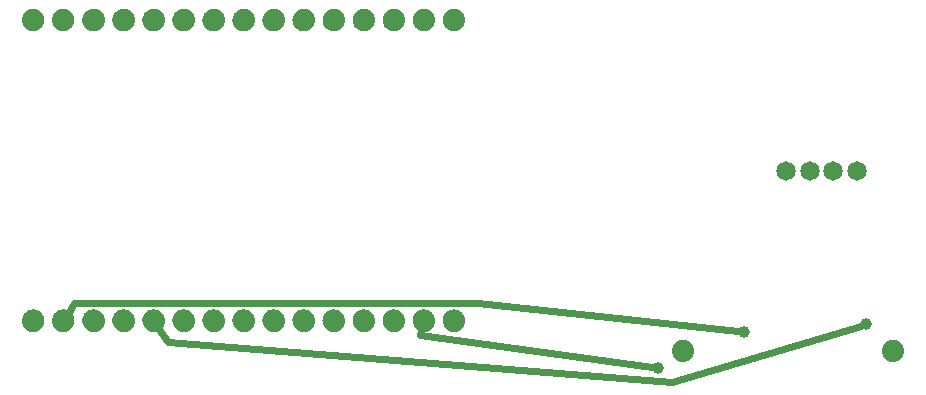
<source format=gtl>
G04 MADE WITH FRITZING*
G04 WWW.FRITZING.ORG*
G04 DOUBLE SIDED*
G04 HOLES PLATED*
G04 CONTOUR ON CENTER OF CONTOUR VECTOR*
%ASAXBY*%
%FSLAX23Y23*%
%MOIN*%
%OFA0B0*%
%SFA1.0B1.0*%
%ADD10C,0.039370*%
%ADD11C,0.074000*%
%ADD12C,0.074106*%
%ADD13C,0.065000*%
%ADD14C,0.024000*%
%ADD15R,0.001000X0.001000*%
%LNCOPPER1*%
G90*
G70*
G54D10*
X2436Y80D03*
X2724Y200D03*
X3132Y224D03*
G54D11*
X3222Y136D03*
X2522Y136D03*
X3222Y136D03*
X2522Y136D03*
G54D12*
X1757Y236D03*
X1657Y236D03*
X1557Y236D03*
X1457Y236D03*
X1357Y236D03*
X1257Y236D03*
X1156Y236D03*
X1056Y236D03*
X956Y236D03*
X856Y236D03*
X756Y236D03*
X656Y236D03*
X556Y236D03*
X455Y236D03*
X355Y236D03*
X1757Y1237D03*
X1657Y1237D03*
X1557Y1237D03*
X1457Y1237D03*
X1357Y1237D03*
X1257Y1237D03*
X1156Y1237D03*
X1056Y1237D03*
X956Y1237D03*
X856Y1237D03*
X756Y1237D03*
X656Y1237D03*
X556Y1237D03*
X455Y1237D03*
X355Y1237D03*
X1757Y236D03*
X1657Y236D03*
X1557Y236D03*
X1457Y236D03*
X1357Y236D03*
X1257Y236D03*
X1156Y236D03*
X1056Y236D03*
X956Y236D03*
X856Y236D03*
X756Y236D03*
X656Y236D03*
X556Y236D03*
X455Y236D03*
X355Y236D03*
X1757Y1237D03*
X1657Y1237D03*
X1557Y1237D03*
X1457Y1237D03*
X1357Y1237D03*
X1257Y1237D03*
X1156Y1237D03*
X1056Y1237D03*
X956Y1237D03*
X856Y1237D03*
X756Y1237D03*
X656Y1237D03*
X556Y1237D03*
X455Y1237D03*
X355Y1237D03*
G54D13*
X3101Y736D03*
X3022Y736D03*
X2944Y736D03*
X2865Y736D03*
X3101Y736D03*
X3022Y736D03*
X2944Y736D03*
X2865Y736D03*
G54D14*
X2417Y83D02*
X1644Y188D01*
X1644Y188D02*
X1650Y208D01*
D02*
X492Y296D02*
X470Y260D01*
D02*
X1836Y296D02*
X492Y296D01*
D02*
X2705Y202D02*
X1836Y296D01*
D02*
X3114Y219D02*
X2484Y32D01*
X2484Y32D02*
X804Y164D01*
X804Y164D02*
X772Y212D01*
G54D15*
X353Y1275D02*
X356Y1275D01*
X454Y1275D02*
X456Y1275D01*
X554Y1275D02*
X556Y1275D01*
X654Y1275D02*
X656Y1275D01*
X754Y1275D02*
X756Y1275D01*
X854Y1275D02*
X857Y1275D01*
X954Y1275D02*
X957Y1275D01*
X1054Y1275D02*
X1057Y1275D01*
X1155Y1275D02*
X1157Y1275D01*
X1255Y1275D02*
X1257Y1275D01*
X1355Y1275D02*
X1357Y1275D01*
X1455Y1275D02*
X1457Y1275D01*
X1555Y1275D02*
X1558Y1275D01*
X1655Y1275D02*
X1658Y1275D01*
X1755Y1275D02*
X1758Y1275D01*
X347Y1274D02*
X363Y1274D01*
X447Y1274D02*
X463Y1274D01*
X547Y1274D02*
X563Y1274D01*
X647Y1274D02*
X663Y1274D01*
X747Y1274D02*
X763Y1274D01*
X848Y1274D02*
X863Y1274D01*
X948Y1274D02*
X963Y1274D01*
X1048Y1274D02*
X1063Y1274D01*
X1148Y1274D02*
X1164Y1274D01*
X1248Y1274D02*
X1264Y1274D01*
X1348Y1274D02*
X1364Y1274D01*
X1448Y1274D02*
X1464Y1274D01*
X1548Y1274D02*
X1564Y1274D01*
X1649Y1274D02*
X1664Y1274D01*
X1749Y1274D02*
X1764Y1274D01*
X343Y1273D02*
X366Y1273D01*
X444Y1273D02*
X466Y1273D01*
X544Y1273D02*
X566Y1273D01*
X644Y1273D02*
X666Y1273D01*
X744Y1273D02*
X766Y1273D01*
X844Y1273D02*
X867Y1273D01*
X944Y1273D02*
X967Y1273D01*
X1044Y1273D02*
X1067Y1273D01*
X1145Y1273D02*
X1167Y1273D01*
X1245Y1273D02*
X1267Y1273D01*
X1345Y1273D02*
X1367Y1273D01*
X1445Y1273D02*
X1467Y1273D01*
X1545Y1273D02*
X1567Y1273D01*
X1645Y1273D02*
X1668Y1273D01*
X1745Y1273D02*
X1768Y1273D01*
X341Y1272D02*
X369Y1272D01*
X441Y1272D02*
X469Y1272D01*
X541Y1272D02*
X569Y1272D01*
X641Y1272D02*
X669Y1272D01*
X741Y1272D02*
X769Y1272D01*
X842Y1272D02*
X869Y1272D01*
X942Y1272D02*
X969Y1272D01*
X1042Y1272D02*
X1069Y1272D01*
X1142Y1272D02*
X1170Y1272D01*
X1242Y1272D02*
X1270Y1272D01*
X1342Y1272D02*
X1370Y1272D01*
X1442Y1272D02*
X1470Y1272D01*
X1542Y1272D02*
X1570Y1272D01*
X1643Y1272D02*
X1670Y1272D01*
X1743Y1272D02*
X1770Y1272D01*
X339Y1271D02*
X371Y1271D01*
X439Y1271D02*
X471Y1271D01*
X539Y1271D02*
X571Y1271D01*
X639Y1271D02*
X671Y1271D01*
X739Y1271D02*
X771Y1271D01*
X839Y1271D02*
X871Y1271D01*
X939Y1271D02*
X971Y1271D01*
X1040Y1271D02*
X1072Y1271D01*
X1140Y1271D02*
X1172Y1271D01*
X1240Y1271D02*
X1272Y1271D01*
X1340Y1271D02*
X1372Y1271D01*
X1440Y1271D02*
X1472Y1271D01*
X1540Y1271D02*
X1572Y1271D01*
X1640Y1271D02*
X1672Y1271D01*
X1741Y1271D02*
X1773Y1271D01*
X337Y1270D02*
X373Y1270D01*
X437Y1270D02*
X473Y1270D01*
X537Y1270D02*
X573Y1270D01*
X637Y1270D02*
X673Y1270D01*
X737Y1270D02*
X773Y1270D01*
X837Y1270D02*
X873Y1270D01*
X938Y1270D02*
X973Y1270D01*
X1038Y1270D02*
X1074Y1270D01*
X1138Y1270D02*
X1174Y1270D01*
X1238Y1270D02*
X1274Y1270D01*
X1338Y1270D02*
X1374Y1270D01*
X1438Y1270D02*
X1474Y1270D01*
X1538Y1270D02*
X1574Y1270D01*
X1638Y1270D02*
X1674Y1270D01*
X1739Y1270D02*
X1774Y1270D01*
X335Y1269D02*
X374Y1269D01*
X435Y1269D02*
X474Y1269D01*
X535Y1269D02*
X575Y1269D01*
X635Y1269D02*
X675Y1269D01*
X736Y1269D02*
X775Y1269D01*
X836Y1269D02*
X875Y1269D01*
X936Y1269D02*
X975Y1269D01*
X1036Y1269D02*
X1075Y1269D01*
X1136Y1269D02*
X1175Y1269D01*
X1236Y1269D02*
X1275Y1269D01*
X1336Y1269D02*
X1376Y1269D01*
X1437Y1269D02*
X1476Y1269D01*
X1537Y1269D02*
X1576Y1269D01*
X1637Y1269D02*
X1676Y1269D01*
X1737Y1269D02*
X1776Y1269D01*
X334Y1268D02*
X376Y1268D01*
X434Y1268D02*
X476Y1268D01*
X534Y1268D02*
X576Y1268D01*
X634Y1268D02*
X676Y1268D01*
X734Y1268D02*
X776Y1268D01*
X834Y1268D02*
X876Y1268D01*
X934Y1268D02*
X977Y1268D01*
X1034Y1268D02*
X1077Y1268D01*
X1135Y1268D02*
X1177Y1268D01*
X1235Y1268D02*
X1277Y1268D01*
X1335Y1268D02*
X1377Y1268D01*
X1435Y1268D02*
X1477Y1268D01*
X1535Y1268D02*
X1577Y1268D01*
X1635Y1268D02*
X1678Y1268D01*
X1735Y1268D02*
X1778Y1268D01*
X332Y1267D02*
X377Y1267D01*
X432Y1267D02*
X477Y1267D01*
X532Y1267D02*
X577Y1267D01*
X633Y1267D02*
X678Y1267D01*
X733Y1267D02*
X778Y1267D01*
X833Y1267D02*
X878Y1267D01*
X933Y1267D02*
X978Y1267D01*
X1033Y1267D02*
X1078Y1267D01*
X1133Y1267D02*
X1178Y1267D01*
X1233Y1267D02*
X1278Y1267D01*
X1334Y1267D02*
X1379Y1267D01*
X1434Y1267D02*
X1479Y1267D01*
X1534Y1267D02*
X1579Y1267D01*
X1634Y1267D02*
X1679Y1267D01*
X1734Y1267D02*
X1779Y1267D01*
X331Y1266D02*
X378Y1266D01*
X431Y1266D02*
X479Y1266D01*
X531Y1266D02*
X579Y1266D01*
X631Y1266D02*
X679Y1266D01*
X731Y1266D02*
X779Y1266D01*
X832Y1266D02*
X879Y1266D01*
X932Y1266D02*
X979Y1266D01*
X1032Y1266D02*
X1079Y1266D01*
X1132Y1266D02*
X1179Y1266D01*
X1232Y1266D02*
X1280Y1266D01*
X1332Y1266D02*
X1380Y1266D01*
X1432Y1266D02*
X1480Y1266D01*
X1533Y1266D02*
X1580Y1266D01*
X1633Y1266D02*
X1680Y1266D01*
X1733Y1266D02*
X1780Y1266D01*
X330Y1265D02*
X380Y1265D01*
X430Y1265D02*
X480Y1265D01*
X530Y1265D02*
X580Y1265D01*
X630Y1265D02*
X680Y1265D01*
X730Y1265D02*
X780Y1265D01*
X831Y1265D02*
X880Y1265D01*
X931Y1265D02*
X980Y1265D01*
X1031Y1265D02*
X1080Y1265D01*
X1131Y1265D02*
X1181Y1265D01*
X1231Y1265D02*
X1281Y1265D01*
X1331Y1265D02*
X1381Y1265D01*
X1431Y1265D02*
X1481Y1265D01*
X1531Y1265D02*
X1581Y1265D01*
X1632Y1265D02*
X1681Y1265D01*
X1732Y1265D02*
X1781Y1265D01*
X329Y1264D02*
X381Y1264D01*
X429Y1264D02*
X481Y1264D01*
X529Y1264D02*
X581Y1264D01*
X629Y1264D02*
X681Y1264D01*
X729Y1264D02*
X781Y1264D01*
X829Y1264D02*
X881Y1264D01*
X930Y1264D02*
X981Y1264D01*
X1030Y1264D02*
X1082Y1264D01*
X1130Y1264D02*
X1182Y1264D01*
X1230Y1264D02*
X1282Y1264D01*
X1330Y1264D02*
X1382Y1264D01*
X1430Y1264D02*
X1482Y1264D01*
X1530Y1264D02*
X1582Y1264D01*
X1630Y1264D02*
X1682Y1264D01*
X1731Y1264D02*
X1782Y1264D01*
X328Y1263D02*
X382Y1263D01*
X428Y1263D02*
X482Y1263D01*
X528Y1263D02*
X582Y1263D01*
X628Y1263D02*
X682Y1263D01*
X728Y1263D02*
X782Y1263D01*
X829Y1263D02*
X882Y1263D01*
X929Y1263D02*
X982Y1263D01*
X1029Y1263D02*
X1082Y1263D01*
X1129Y1263D02*
X1183Y1263D01*
X1229Y1263D02*
X1283Y1263D01*
X1329Y1263D02*
X1383Y1263D01*
X1429Y1263D02*
X1483Y1263D01*
X1529Y1263D02*
X1583Y1263D01*
X1630Y1263D02*
X1683Y1263D01*
X1730Y1263D02*
X1783Y1263D01*
X327Y1262D02*
X382Y1262D01*
X427Y1262D02*
X483Y1262D01*
X527Y1262D02*
X583Y1262D01*
X627Y1262D02*
X683Y1262D01*
X728Y1262D02*
X783Y1262D01*
X828Y1262D02*
X883Y1262D01*
X928Y1262D02*
X983Y1262D01*
X1028Y1262D02*
X1083Y1262D01*
X1128Y1262D02*
X1183Y1262D01*
X1228Y1262D02*
X1284Y1262D01*
X1328Y1262D02*
X1384Y1262D01*
X1428Y1262D02*
X1484Y1262D01*
X1529Y1262D02*
X1584Y1262D01*
X1629Y1262D02*
X1684Y1262D01*
X1729Y1262D02*
X1784Y1262D01*
X326Y1261D02*
X383Y1261D01*
X426Y1261D02*
X483Y1261D01*
X526Y1261D02*
X583Y1261D01*
X627Y1261D02*
X684Y1261D01*
X727Y1261D02*
X784Y1261D01*
X827Y1261D02*
X884Y1261D01*
X927Y1261D02*
X984Y1261D01*
X1027Y1261D02*
X1084Y1261D01*
X1127Y1261D02*
X1184Y1261D01*
X1227Y1261D02*
X1284Y1261D01*
X1328Y1261D02*
X1384Y1261D01*
X1428Y1261D02*
X1485Y1261D01*
X1528Y1261D02*
X1585Y1261D01*
X1628Y1261D02*
X1685Y1261D01*
X1728Y1261D02*
X1785Y1261D01*
X326Y1260D02*
X384Y1260D01*
X426Y1260D02*
X484Y1260D01*
X526Y1260D02*
X584Y1260D01*
X626Y1260D02*
X684Y1260D01*
X726Y1260D02*
X784Y1260D01*
X826Y1260D02*
X885Y1260D01*
X926Y1260D02*
X985Y1260D01*
X1026Y1260D02*
X1085Y1260D01*
X1127Y1260D02*
X1185Y1260D01*
X1227Y1260D02*
X1285Y1260D01*
X1327Y1260D02*
X1385Y1260D01*
X1427Y1260D02*
X1485Y1260D01*
X1527Y1260D02*
X1585Y1260D01*
X1627Y1260D02*
X1686Y1260D01*
X1727Y1260D02*
X1786Y1260D01*
X325Y1259D02*
X385Y1259D01*
X425Y1259D02*
X485Y1259D01*
X525Y1259D02*
X585Y1259D01*
X625Y1259D02*
X685Y1259D01*
X725Y1259D02*
X785Y1259D01*
X825Y1259D02*
X885Y1259D01*
X926Y1259D02*
X985Y1259D01*
X1026Y1259D02*
X1086Y1259D01*
X1126Y1259D02*
X1186Y1259D01*
X1226Y1259D02*
X1286Y1259D01*
X1326Y1259D02*
X1386Y1259D01*
X1426Y1259D02*
X1486Y1259D01*
X1526Y1259D02*
X1586Y1259D01*
X1626Y1259D02*
X1686Y1259D01*
X1727Y1259D02*
X1786Y1259D01*
X324Y1258D02*
X385Y1258D01*
X424Y1258D02*
X485Y1258D01*
X524Y1258D02*
X586Y1258D01*
X625Y1258D02*
X686Y1258D01*
X725Y1258D02*
X786Y1258D01*
X825Y1258D02*
X886Y1258D01*
X925Y1258D02*
X986Y1258D01*
X1025Y1258D02*
X1086Y1258D01*
X1125Y1258D02*
X1186Y1258D01*
X1225Y1258D02*
X1286Y1258D01*
X1325Y1258D02*
X1387Y1258D01*
X1426Y1258D02*
X1487Y1258D01*
X1526Y1258D02*
X1587Y1258D01*
X1626Y1258D02*
X1687Y1258D01*
X1726Y1258D02*
X1787Y1258D01*
X324Y1257D02*
X386Y1257D01*
X424Y1257D02*
X486Y1257D01*
X524Y1257D02*
X586Y1257D01*
X624Y1257D02*
X686Y1257D01*
X724Y1257D02*
X786Y1257D01*
X824Y1257D02*
X886Y1257D01*
X924Y1257D02*
X987Y1257D01*
X1024Y1257D02*
X1087Y1257D01*
X1125Y1257D02*
X1187Y1257D01*
X1225Y1257D02*
X1287Y1257D01*
X1325Y1257D02*
X1387Y1257D01*
X1425Y1257D02*
X1487Y1257D01*
X1525Y1257D02*
X1587Y1257D01*
X1625Y1257D02*
X1688Y1257D01*
X1725Y1257D02*
X1788Y1257D01*
X323Y1256D02*
X386Y1256D01*
X423Y1256D02*
X487Y1256D01*
X523Y1256D02*
X587Y1256D01*
X623Y1256D02*
X687Y1256D01*
X724Y1256D02*
X787Y1256D01*
X824Y1256D02*
X887Y1256D01*
X924Y1256D02*
X987Y1256D01*
X1024Y1256D02*
X1087Y1256D01*
X1124Y1256D02*
X1187Y1256D01*
X1224Y1256D02*
X1288Y1256D01*
X1324Y1256D02*
X1388Y1256D01*
X1424Y1256D02*
X1488Y1256D01*
X1525Y1256D02*
X1588Y1256D01*
X1625Y1256D02*
X1688Y1256D01*
X1725Y1256D02*
X1788Y1256D01*
X322Y1255D02*
X349Y1255D01*
X360Y1255D02*
X387Y1255D01*
X423Y1255D02*
X450Y1255D01*
X460Y1255D02*
X487Y1255D01*
X523Y1255D02*
X550Y1255D01*
X560Y1255D02*
X587Y1255D01*
X623Y1255D02*
X650Y1255D01*
X660Y1255D02*
X687Y1255D01*
X723Y1255D02*
X750Y1255D01*
X760Y1255D02*
X787Y1255D01*
X823Y1255D02*
X850Y1255D01*
X861Y1255D02*
X888Y1255D01*
X923Y1255D02*
X950Y1255D01*
X961Y1255D02*
X988Y1255D01*
X1023Y1255D02*
X1050Y1255D01*
X1061Y1255D02*
X1088Y1255D01*
X1124Y1255D02*
X1151Y1255D01*
X1161Y1255D02*
X1188Y1255D01*
X1224Y1255D02*
X1251Y1255D01*
X1261Y1255D02*
X1288Y1255D01*
X1324Y1255D02*
X1351Y1255D01*
X1361Y1255D02*
X1388Y1255D01*
X1424Y1255D02*
X1451Y1255D01*
X1461Y1255D02*
X1488Y1255D01*
X1524Y1255D02*
X1551Y1255D01*
X1562Y1255D02*
X1588Y1255D01*
X1624Y1255D02*
X1651Y1255D01*
X1662Y1255D02*
X1689Y1255D01*
X1724Y1255D02*
X1751Y1255D01*
X1762Y1255D02*
X1789Y1255D01*
X322Y1254D02*
X347Y1254D01*
X363Y1254D02*
X387Y1254D01*
X422Y1254D02*
X447Y1254D01*
X463Y1254D02*
X488Y1254D01*
X522Y1254D02*
X547Y1254D01*
X563Y1254D02*
X588Y1254D01*
X622Y1254D02*
X647Y1254D01*
X663Y1254D02*
X688Y1254D01*
X723Y1254D02*
X747Y1254D01*
X763Y1254D02*
X788Y1254D01*
X823Y1254D02*
X847Y1254D01*
X863Y1254D02*
X888Y1254D01*
X923Y1254D02*
X947Y1254D01*
X964Y1254D02*
X988Y1254D01*
X1023Y1254D02*
X1048Y1254D01*
X1064Y1254D02*
X1088Y1254D01*
X1123Y1254D02*
X1148Y1254D01*
X1164Y1254D02*
X1188Y1254D01*
X1223Y1254D02*
X1248Y1254D01*
X1264Y1254D02*
X1289Y1254D01*
X1323Y1254D02*
X1348Y1254D01*
X1364Y1254D02*
X1389Y1254D01*
X1423Y1254D02*
X1448Y1254D01*
X1464Y1254D02*
X1489Y1254D01*
X1524Y1254D02*
X1548Y1254D01*
X1564Y1254D02*
X1589Y1254D01*
X1624Y1254D02*
X1648Y1254D01*
X1664Y1254D02*
X1689Y1254D01*
X1724Y1254D02*
X1748Y1254D01*
X1765Y1254D02*
X1789Y1254D01*
X322Y1253D02*
X345Y1253D01*
X365Y1253D02*
X388Y1253D01*
X422Y1253D02*
X445Y1253D01*
X465Y1253D02*
X488Y1253D01*
X522Y1253D02*
X545Y1253D01*
X565Y1253D02*
X588Y1253D01*
X622Y1253D02*
X645Y1253D01*
X665Y1253D02*
X688Y1253D01*
X722Y1253D02*
X745Y1253D01*
X765Y1253D02*
X788Y1253D01*
X822Y1253D02*
X846Y1253D01*
X865Y1253D02*
X889Y1253D01*
X922Y1253D02*
X946Y1253D01*
X965Y1253D02*
X989Y1253D01*
X1022Y1253D02*
X1046Y1253D01*
X1065Y1253D02*
X1089Y1253D01*
X1123Y1253D02*
X1146Y1253D01*
X1166Y1253D02*
X1189Y1253D01*
X1223Y1253D02*
X1246Y1253D01*
X1266Y1253D02*
X1289Y1253D01*
X1323Y1253D02*
X1346Y1253D01*
X1366Y1253D02*
X1389Y1253D01*
X1423Y1253D02*
X1446Y1253D01*
X1466Y1253D02*
X1489Y1253D01*
X1523Y1253D02*
X1546Y1253D01*
X1566Y1253D02*
X1589Y1253D01*
X1623Y1253D02*
X1647Y1253D01*
X1666Y1253D02*
X1690Y1253D01*
X1723Y1253D02*
X1747Y1253D01*
X1766Y1253D02*
X1790Y1253D01*
X321Y1252D02*
X344Y1252D01*
X366Y1252D02*
X388Y1252D01*
X421Y1252D02*
X444Y1252D01*
X466Y1252D02*
X488Y1252D01*
X521Y1252D02*
X544Y1252D01*
X566Y1252D02*
X589Y1252D01*
X621Y1252D02*
X644Y1252D01*
X666Y1252D02*
X689Y1252D01*
X722Y1252D02*
X744Y1252D01*
X766Y1252D02*
X789Y1252D01*
X822Y1252D02*
X844Y1252D01*
X866Y1252D02*
X889Y1252D01*
X922Y1252D02*
X944Y1252D01*
X967Y1252D02*
X989Y1252D01*
X1022Y1252D02*
X1045Y1252D01*
X1067Y1252D02*
X1089Y1252D01*
X1122Y1252D02*
X1145Y1252D01*
X1167Y1252D02*
X1189Y1252D01*
X1222Y1252D02*
X1245Y1252D01*
X1267Y1252D02*
X1289Y1252D01*
X1322Y1252D02*
X1345Y1252D01*
X1367Y1252D02*
X1390Y1252D01*
X1423Y1252D02*
X1445Y1252D01*
X1467Y1252D02*
X1490Y1252D01*
X1523Y1252D02*
X1545Y1252D01*
X1567Y1252D02*
X1590Y1252D01*
X1623Y1252D02*
X1645Y1252D01*
X1667Y1252D02*
X1690Y1252D01*
X1723Y1252D02*
X1745Y1252D01*
X1768Y1252D02*
X1790Y1252D01*
X321Y1251D02*
X342Y1251D01*
X367Y1251D02*
X389Y1251D01*
X421Y1251D02*
X443Y1251D01*
X467Y1251D02*
X489Y1251D01*
X521Y1251D02*
X543Y1251D01*
X567Y1251D02*
X589Y1251D01*
X621Y1251D02*
X643Y1251D01*
X667Y1251D02*
X689Y1251D01*
X721Y1251D02*
X743Y1251D01*
X767Y1251D02*
X789Y1251D01*
X821Y1251D02*
X843Y1251D01*
X868Y1251D02*
X889Y1251D01*
X921Y1251D02*
X943Y1251D01*
X968Y1251D02*
X989Y1251D01*
X1022Y1251D02*
X1043Y1251D01*
X1068Y1251D02*
X1090Y1251D01*
X1122Y1251D02*
X1143Y1251D01*
X1168Y1251D02*
X1190Y1251D01*
X1222Y1251D02*
X1244Y1251D01*
X1268Y1251D02*
X1290Y1251D01*
X1322Y1251D02*
X1344Y1251D01*
X1368Y1251D02*
X1390Y1251D01*
X1422Y1251D02*
X1444Y1251D01*
X1468Y1251D02*
X1490Y1251D01*
X1522Y1251D02*
X1544Y1251D01*
X1569Y1251D02*
X1590Y1251D01*
X1622Y1251D02*
X1644Y1251D01*
X1669Y1251D02*
X1690Y1251D01*
X1723Y1251D02*
X1744Y1251D01*
X1769Y1251D02*
X1791Y1251D01*
X320Y1250D02*
X341Y1250D01*
X368Y1250D02*
X389Y1250D01*
X420Y1250D02*
X442Y1250D01*
X468Y1250D02*
X489Y1250D01*
X521Y1250D02*
X542Y1250D01*
X568Y1250D02*
X589Y1250D01*
X621Y1250D02*
X642Y1250D01*
X668Y1250D02*
X689Y1250D01*
X721Y1250D02*
X742Y1250D01*
X769Y1250D02*
X790Y1250D01*
X821Y1250D02*
X842Y1250D01*
X869Y1250D02*
X890Y1250D01*
X921Y1250D02*
X942Y1250D01*
X969Y1250D02*
X990Y1250D01*
X1021Y1250D02*
X1042Y1250D01*
X1069Y1250D02*
X1090Y1250D01*
X1121Y1250D02*
X1142Y1250D01*
X1169Y1250D02*
X1190Y1250D01*
X1222Y1250D02*
X1243Y1250D01*
X1269Y1250D02*
X1290Y1250D01*
X1322Y1250D02*
X1343Y1250D01*
X1369Y1250D02*
X1390Y1250D01*
X1422Y1250D02*
X1443Y1250D01*
X1469Y1250D02*
X1490Y1250D01*
X1522Y1250D02*
X1543Y1250D01*
X1570Y1250D02*
X1591Y1250D01*
X1622Y1250D02*
X1643Y1250D01*
X1670Y1250D02*
X1691Y1250D01*
X1722Y1250D02*
X1743Y1250D01*
X1770Y1250D02*
X1791Y1250D01*
X320Y1249D02*
X341Y1249D01*
X369Y1249D02*
X389Y1249D01*
X420Y1249D02*
X441Y1249D01*
X469Y1249D02*
X490Y1249D01*
X520Y1249D02*
X541Y1249D01*
X569Y1249D02*
X590Y1249D01*
X620Y1249D02*
X641Y1249D01*
X669Y1249D02*
X690Y1249D01*
X720Y1249D02*
X741Y1249D01*
X769Y1249D02*
X790Y1249D01*
X821Y1249D02*
X841Y1249D01*
X870Y1249D02*
X890Y1249D01*
X921Y1249D02*
X941Y1249D01*
X970Y1249D02*
X990Y1249D01*
X1021Y1249D02*
X1041Y1249D01*
X1070Y1249D02*
X1090Y1249D01*
X1121Y1249D02*
X1142Y1249D01*
X1170Y1249D02*
X1190Y1249D01*
X1221Y1249D02*
X1242Y1249D01*
X1270Y1249D02*
X1291Y1249D01*
X1321Y1249D02*
X1342Y1249D01*
X1370Y1249D02*
X1391Y1249D01*
X1421Y1249D02*
X1442Y1249D01*
X1470Y1249D02*
X1491Y1249D01*
X1522Y1249D02*
X1542Y1249D01*
X1570Y1249D02*
X1591Y1249D01*
X1622Y1249D02*
X1642Y1249D01*
X1671Y1249D02*
X1691Y1249D01*
X1722Y1249D02*
X1742Y1249D01*
X1771Y1249D02*
X1791Y1249D01*
X320Y1248D02*
X340Y1248D01*
X370Y1248D02*
X390Y1248D01*
X420Y1248D02*
X440Y1248D01*
X470Y1248D02*
X490Y1248D01*
X520Y1248D02*
X540Y1248D01*
X570Y1248D02*
X590Y1248D01*
X620Y1248D02*
X640Y1248D01*
X670Y1248D02*
X690Y1248D01*
X720Y1248D02*
X740Y1248D01*
X770Y1248D02*
X790Y1248D01*
X820Y1248D02*
X840Y1248D01*
X870Y1248D02*
X890Y1248D01*
X920Y1248D02*
X940Y1248D01*
X970Y1248D02*
X990Y1248D01*
X1021Y1248D02*
X1041Y1248D01*
X1071Y1248D02*
X1091Y1248D01*
X1121Y1248D02*
X1141Y1248D01*
X1171Y1248D02*
X1191Y1248D01*
X1221Y1248D02*
X1241Y1248D01*
X1271Y1248D02*
X1291Y1248D01*
X1321Y1248D02*
X1341Y1248D01*
X1371Y1248D02*
X1391Y1248D01*
X1421Y1248D02*
X1441Y1248D01*
X1471Y1248D02*
X1491Y1248D01*
X1521Y1248D02*
X1541Y1248D01*
X1571Y1248D02*
X1591Y1248D01*
X1621Y1248D02*
X1641Y1248D01*
X1671Y1248D02*
X1691Y1248D01*
X1722Y1248D02*
X1742Y1248D01*
X1772Y1248D02*
X1792Y1248D01*
X319Y1247D02*
X339Y1247D01*
X370Y1247D02*
X390Y1247D01*
X420Y1247D02*
X439Y1247D01*
X470Y1247D02*
X490Y1247D01*
X520Y1247D02*
X539Y1247D01*
X571Y1247D02*
X590Y1247D01*
X620Y1247D02*
X639Y1247D01*
X671Y1247D02*
X690Y1247D01*
X720Y1247D02*
X740Y1247D01*
X771Y1247D02*
X791Y1247D01*
X820Y1247D02*
X840Y1247D01*
X871Y1247D02*
X891Y1247D01*
X920Y1247D02*
X940Y1247D01*
X971Y1247D02*
X991Y1247D01*
X1020Y1247D02*
X1040Y1247D01*
X1071Y1247D02*
X1091Y1247D01*
X1120Y1247D02*
X1140Y1247D01*
X1171Y1247D02*
X1191Y1247D01*
X1221Y1247D02*
X1240Y1247D01*
X1272Y1247D02*
X1291Y1247D01*
X1321Y1247D02*
X1340Y1247D01*
X1372Y1247D02*
X1391Y1247D01*
X1421Y1247D02*
X1440Y1247D01*
X1472Y1247D02*
X1491Y1247D01*
X1521Y1247D02*
X1541Y1247D01*
X1572Y1247D02*
X1592Y1247D01*
X1621Y1247D02*
X1641Y1247D01*
X1672Y1247D02*
X1692Y1247D01*
X1721Y1247D02*
X1741Y1247D01*
X1772Y1247D02*
X1792Y1247D01*
X319Y1246D02*
X338Y1246D01*
X371Y1246D02*
X390Y1246D01*
X419Y1246D02*
X439Y1246D01*
X471Y1246D02*
X490Y1246D01*
X519Y1246D02*
X539Y1246D01*
X571Y1246D02*
X591Y1246D01*
X620Y1246D02*
X639Y1246D01*
X671Y1246D02*
X691Y1246D01*
X720Y1246D02*
X739Y1246D01*
X771Y1246D02*
X791Y1246D01*
X820Y1246D02*
X839Y1246D01*
X872Y1246D02*
X891Y1246D01*
X920Y1246D02*
X939Y1246D01*
X972Y1246D02*
X991Y1246D01*
X1020Y1246D02*
X1039Y1246D01*
X1072Y1246D02*
X1091Y1246D01*
X1120Y1246D02*
X1140Y1246D01*
X1172Y1246D02*
X1191Y1246D01*
X1220Y1246D02*
X1240Y1246D01*
X1272Y1246D02*
X1291Y1246D01*
X1320Y1246D02*
X1340Y1246D01*
X1372Y1246D02*
X1392Y1246D01*
X1421Y1246D02*
X1440Y1246D01*
X1472Y1246D02*
X1492Y1246D01*
X1521Y1246D02*
X1540Y1246D01*
X1572Y1246D02*
X1592Y1246D01*
X1621Y1246D02*
X1640Y1246D01*
X1673Y1246D02*
X1692Y1246D01*
X1721Y1246D02*
X1740Y1246D01*
X1773Y1246D02*
X1792Y1246D01*
X319Y1245D02*
X338Y1245D01*
X371Y1245D02*
X390Y1245D01*
X419Y1245D02*
X438Y1245D01*
X472Y1245D02*
X491Y1245D01*
X519Y1245D02*
X538Y1245D01*
X572Y1245D02*
X591Y1245D01*
X619Y1245D02*
X638Y1245D01*
X672Y1245D02*
X691Y1245D01*
X719Y1245D02*
X738Y1245D01*
X772Y1245D02*
X791Y1245D01*
X820Y1245D02*
X839Y1245D01*
X872Y1245D02*
X891Y1245D01*
X920Y1245D02*
X939Y1245D01*
X972Y1245D02*
X991Y1245D01*
X1020Y1245D02*
X1039Y1245D01*
X1072Y1245D02*
X1091Y1245D01*
X1120Y1245D02*
X1139Y1245D01*
X1173Y1245D02*
X1192Y1245D01*
X1220Y1245D02*
X1239Y1245D01*
X1273Y1245D02*
X1292Y1245D01*
X1320Y1245D02*
X1339Y1245D01*
X1373Y1245D02*
X1392Y1245D01*
X1420Y1245D02*
X1439Y1245D01*
X1473Y1245D02*
X1492Y1245D01*
X1520Y1245D02*
X1539Y1245D01*
X1573Y1245D02*
X1592Y1245D01*
X1621Y1245D02*
X1640Y1245D01*
X1673Y1245D02*
X1692Y1245D01*
X1721Y1245D02*
X1740Y1245D01*
X1773Y1245D02*
X1792Y1245D01*
X319Y1244D02*
X338Y1244D01*
X372Y1244D02*
X391Y1244D01*
X419Y1244D02*
X438Y1244D01*
X472Y1244D02*
X491Y1244D01*
X519Y1244D02*
X538Y1244D01*
X572Y1244D02*
X591Y1244D01*
X619Y1244D02*
X638Y1244D01*
X672Y1244D02*
X691Y1244D01*
X719Y1244D02*
X738Y1244D01*
X772Y1244D02*
X791Y1244D01*
X819Y1244D02*
X838Y1244D01*
X872Y1244D02*
X891Y1244D01*
X920Y1244D02*
X938Y1244D01*
X973Y1244D02*
X991Y1244D01*
X1020Y1244D02*
X1039Y1244D01*
X1073Y1244D02*
X1092Y1244D01*
X1120Y1244D02*
X1139Y1244D01*
X1173Y1244D02*
X1192Y1244D01*
X1220Y1244D02*
X1239Y1244D01*
X1273Y1244D02*
X1292Y1244D01*
X1320Y1244D02*
X1339Y1244D01*
X1373Y1244D02*
X1392Y1244D01*
X1420Y1244D02*
X1439Y1244D01*
X1473Y1244D02*
X1492Y1244D01*
X1520Y1244D02*
X1539Y1244D01*
X1573Y1244D02*
X1592Y1244D01*
X1620Y1244D02*
X1639Y1244D01*
X1674Y1244D02*
X1692Y1244D01*
X1721Y1244D02*
X1739Y1244D01*
X1774Y1244D02*
X1792Y1244D01*
X319Y1243D02*
X337Y1243D01*
X372Y1243D02*
X391Y1243D01*
X419Y1243D02*
X437Y1243D01*
X472Y1243D02*
X491Y1243D01*
X519Y1243D02*
X538Y1243D01*
X572Y1243D02*
X591Y1243D01*
X619Y1243D02*
X638Y1243D01*
X672Y1243D02*
X691Y1243D01*
X719Y1243D02*
X738Y1243D01*
X773Y1243D02*
X791Y1243D01*
X819Y1243D02*
X838Y1243D01*
X873Y1243D02*
X891Y1243D01*
X919Y1243D02*
X938Y1243D01*
X973Y1243D02*
X992Y1243D01*
X1020Y1243D02*
X1038Y1243D01*
X1073Y1243D02*
X1092Y1243D01*
X1120Y1243D02*
X1138Y1243D01*
X1173Y1243D02*
X1192Y1243D01*
X1220Y1243D02*
X1238Y1243D01*
X1273Y1243D02*
X1292Y1243D01*
X1320Y1243D02*
X1339Y1243D01*
X1373Y1243D02*
X1392Y1243D01*
X1420Y1243D02*
X1439Y1243D01*
X1474Y1243D02*
X1492Y1243D01*
X1520Y1243D02*
X1539Y1243D01*
X1574Y1243D02*
X1592Y1243D01*
X1620Y1243D02*
X1639Y1243D01*
X1674Y1243D02*
X1693Y1243D01*
X1720Y1243D02*
X1739Y1243D01*
X1774Y1243D02*
X1793Y1243D01*
X318Y1242D02*
X337Y1242D01*
X372Y1242D02*
X391Y1242D01*
X419Y1242D02*
X437Y1242D01*
X473Y1242D02*
X491Y1242D01*
X519Y1242D02*
X537Y1242D01*
X573Y1242D02*
X591Y1242D01*
X619Y1242D02*
X637Y1242D01*
X673Y1242D02*
X691Y1242D01*
X719Y1242D02*
X738Y1242D01*
X773Y1242D02*
X792Y1242D01*
X819Y1242D02*
X838Y1242D01*
X873Y1242D02*
X892Y1242D01*
X919Y1242D02*
X938Y1242D01*
X973Y1242D02*
X992Y1242D01*
X1019Y1242D02*
X1038Y1242D01*
X1073Y1242D02*
X1092Y1242D01*
X1119Y1242D02*
X1138Y1242D01*
X1173Y1242D02*
X1192Y1242D01*
X1220Y1242D02*
X1238Y1242D01*
X1274Y1242D02*
X1292Y1242D01*
X1320Y1242D02*
X1338Y1242D01*
X1374Y1242D02*
X1392Y1242D01*
X1420Y1242D02*
X1438Y1242D01*
X1474Y1242D02*
X1492Y1242D01*
X1520Y1242D02*
X1539Y1242D01*
X1574Y1242D02*
X1593Y1242D01*
X1620Y1242D02*
X1639Y1242D01*
X1674Y1242D02*
X1693Y1242D01*
X1720Y1242D02*
X1739Y1242D01*
X1774Y1242D02*
X1793Y1242D01*
X318Y1241D02*
X337Y1241D01*
X373Y1241D02*
X391Y1241D01*
X418Y1241D02*
X437Y1241D01*
X473Y1241D02*
X491Y1241D01*
X519Y1241D02*
X537Y1241D01*
X573Y1241D02*
X591Y1241D01*
X619Y1241D02*
X637Y1241D01*
X673Y1241D02*
X691Y1241D01*
X719Y1241D02*
X737Y1241D01*
X773Y1241D02*
X792Y1241D01*
X819Y1241D02*
X838Y1241D01*
X873Y1241D02*
X892Y1241D01*
X919Y1241D02*
X938Y1241D01*
X973Y1241D02*
X992Y1241D01*
X1019Y1241D02*
X1038Y1241D01*
X1073Y1241D02*
X1092Y1241D01*
X1119Y1241D02*
X1138Y1241D01*
X1174Y1241D02*
X1192Y1241D01*
X1220Y1241D02*
X1238Y1241D01*
X1274Y1241D02*
X1292Y1241D01*
X1320Y1241D02*
X1338Y1241D01*
X1374Y1241D02*
X1392Y1241D01*
X1420Y1241D02*
X1438Y1241D01*
X1474Y1241D02*
X1493Y1241D01*
X1520Y1241D02*
X1538Y1241D01*
X1574Y1241D02*
X1593Y1241D01*
X1620Y1241D02*
X1639Y1241D01*
X1674Y1241D02*
X1693Y1241D01*
X1720Y1241D02*
X1739Y1241D01*
X1774Y1241D02*
X1793Y1241D01*
X318Y1240D02*
X337Y1240D01*
X373Y1240D02*
X391Y1240D01*
X418Y1240D02*
X437Y1240D01*
X473Y1240D02*
X491Y1240D01*
X519Y1240D02*
X537Y1240D01*
X573Y1240D02*
X591Y1240D01*
X619Y1240D02*
X637Y1240D01*
X673Y1240D02*
X692Y1240D01*
X719Y1240D02*
X737Y1240D01*
X773Y1240D02*
X792Y1240D01*
X819Y1240D02*
X837Y1240D01*
X873Y1240D02*
X892Y1240D01*
X919Y1240D02*
X938Y1240D01*
X973Y1240D02*
X992Y1240D01*
X1019Y1240D02*
X1038Y1240D01*
X1073Y1240D02*
X1092Y1240D01*
X1119Y1240D02*
X1138Y1240D01*
X1174Y1240D02*
X1192Y1240D01*
X1219Y1240D02*
X1238Y1240D01*
X1274Y1240D02*
X1292Y1240D01*
X1320Y1240D02*
X1338Y1240D01*
X1374Y1240D02*
X1392Y1240D01*
X1420Y1240D02*
X1438Y1240D01*
X1474Y1240D02*
X1493Y1240D01*
X1520Y1240D02*
X1538Y1240D01*
X1574Y1240D02*
X1593Y1240D01*
X1620Y1240D02*
X1639Y1240D01*
X1674Y1240D02*
X1693Y1240D01*
X1720Y1240D02*
X1739Y1240D01*
X1774Y1240D02*
X1793Y1240D01*
X318Y1239D02*
X337Y1239D01*
X373Y1239D02*
X391Y1239D01*
X418Y1239D02*
X437Y1239D01*
X473Y1239D02*
X491Y1239D01*
X518Y1239D02*
X537Y1239D01*
X573Y1239D02*
X591Y1239D01*
X619Y1239D02*
X637Y1239D01*
X673Y1239D02*
X692Y1239D01*
X719Y1239D02*
X737Y1239D01*
X773Y1239D02*
X792Y1239D01*
X819Y1239D02*
X837Y1239D01*
X873Y1239D02*
X892Y1239D01*
X919Y1239D02*
X938Y1239D01*
X973Y1239D02*
X992Y1239D01*
X1019Y1239D02*
X1038Y1239D01*
X1074Y1239D02*
X1092Y1239D01*
X1119Y1239D02*
X1138Y1239D01*
X1174Y1239D02*
X1192Y1239D01*
X1219Y1239D02*
X1238Y1239D01*
X1274Y1239D02*
X1292Y1239D01*
X1320Y1239D02*
X1338Y1239D01*
X1374Y1239D02*
X1393Y1239D01*
X1420Y1239D02*
X1438Y1239D01*
X1474Y1239D02*
X1493Y1239D01*
X1520Y1239D02*
X1538Y1239D01*
X1574Y1239D02*
X1593Y1239D01*
X1620Y1239D02*
X1638Y1239D01*
X1674Y1239D02*
X1693Y1239D01*
X1720Y1239D02*
X1739Y1239D01*
X1774Y1239D02*
X1793Y1239D01*
X318Y1238D02*
X337Y1238D01*
X373Y1238D02*
X391Y1238D01*
X418Y1238D02*
X437Y1238D01*
X473Y1238D02*
X491Y1238D01*
X518Y1238D02*
X537Y1238D01*
X573Y1238D02*
X592Y1238D01*
X619Y1238D02*
X637Y1238D01*
X673Y1238D02*
X692Y1238D01*
X719Y1238D02*
X737Y1238D01*
X773Y1238D02*
X792Y1238D01*
X819Y1238D02*
X837Y1238D01*
X873Y1238D02*
X892Y1238D01*
X919Y1238D02*
X937Y1238D01*
X973Y1238D02*
X992Y1238D01*
X1019Y1238D02*
X1038Y1238D01*
X1074Y1238D02*
X1092Y1238D01*
X1119Y1238D02*
X1138Y1238D01*
X1174Y1238D02*
X1192Y1238D01*
X1219Y1238D02*
X1238Y1238D01*
X1274Y1238D02*
X1292Y1238D01*
X1319Y1238D02*
X1338Y1238D01*
X1374Y1238D02*
X1393Y1238D01*
X1420Y1238D02*
X1438Y1238D01*
X1474Y1238D02*
X1493Y1238D01*
X1520Y1238D02*
X1538Y1238D01*
X1574Y1238D02*
X1593Y1238D01*
X1620Y1238D02*
X1638Y1238D01*
X1674Y1238D02*
X1693Y1238D01*
X1720Y1238D02*
X1739Y1238D01*
X1775Y1238D02*
X1793Y1238D01*
X318Y1237D02*
X337Y1237D01*
X373Y1237D02*
X391Y1237D01*
X418Y1237D02*
X437Y1237D01*
X473Y1237D02*
X491Y1237D01*
X518Y1237D02*
X537Y1237D01*
X573Y1237D02*
X591Y1237D01*
X619Y1237D02*
X637Y1237D01*
X673Y1237D02*
X692Y1237D01*
X719Y1237D02*
X737Y1237D01*
X773Y1237D02*
X792Y1237D01*
X819Y1237D02*
X837Y1237D01*
X873Y1237D02*
X892Y1237D01*
X919Y1237D02*
X938Y1237D01*
X973Y1237D02*
X992Y1237D01*
X1019Y1237D02*
X1038Y1237D01*
X1074Y1237D02*
X1092Y1237D01*
X1119Y1237D02*
X1138Y1237D01*
X1174Y1237D02*
X1192Y1237D01*
X1219Y1237D02*
X1238Y1237D01*
X1274Y1237D02*
X1292Y1237D01*
X1320Y1237D02*
X1338Y1237D01*
X1374Y1237D02*
X1392Y1237D01*
X1420Y1237D02*
X1438Y1237D01*
X1474Y1237D02*
X1493Y1237D01*
X1520Y1237D02*
X1538Y1237D01*
X1574Y1237D02*
X1593Y1237D01*
X1620Y1237D02*
X1638Y1237D01*
X1674Y1237D02*
X1693Y1237D01*
X1720Y1237D02*
X1739Y1237D01*
X1774Y1237D02*
X1793Y1237D01*
X318Y1236D02*
X337Y1236D01*
X373Y1236D02*
X391Y1236D01*
X418Y1236D02*
X437Y1236D01*
X473Y1236D02*
X491Y1236D01*
X519Y1236D02*
X537Y1236D01*
X573Y1236D02*
X591Y1236D01*
X619Y1236D02*
X637Y1236D01*
X673Y1236D02*
X692Y1236D01*
X719Y1236D02*
X737Y1236D01*
X773Y1236D02*
X792Y1236D01*
X819Y1236D02*
X837Y1236D01*
X873Y1236D02*
X892Y1236D01*
X919Y1236D02*
X938Y1236D01*
X973Y1236D02*
X992Y1236D01*
X1019Y1236D02*
X1038Y1236D01*
X1073Y1236D02*
X1092Y1236D01*
X1119Y1236D02*
X1138Y1236D01*
X1174Y1236D02*
X1192Y1236D01*
X1219Y1236D02*
X1238Y1236D01*
X1274Y1236D02*
X1292Y1236D01*
X1320Y1236D02*
X1338Y1236D01*
X1374Y1236D02*
X1392Y1236D01*
X1420Y1236D02*
X1438Y1236D01*
X1474Y1236D02*
X1493Y1236D01*
X1520Y1236D02*
X1538Y1236D01*
X1574Y1236D02*
X1593Y1236D01*
X1620Y1236D02*
X1639Y1236D01*
X1674Y1236D02*
X1693Y1236D01*
X1720Y1236D02*
X1739Y1236D01*
X1774Y1236D02*
X1793Y1236D01*
X318Y1235D02*
X337Y1235D01*
X372Y1235D02*
X391Y1235D01*
X418Y1235D02*
X437Y1235D01*
X473Y1235D02*
X491Y1235D01*
X519Y1235D02*
X537Y1235D01*
X573Y1235D02*
X591Y1235D01*
X619Y1235D02*
X637Y1235D01*
X673Y1235D02*
X691Y1235D01*
X719Y1235D02*
X737Y1235D01*
X773Y1235D02*
X792Y1235D01*
X819Y1235D02*
X838Y1235D01*
X873Y1235D02*
X892Y1235D01*
X919Y1235D02*
X938Y1235D01*
X973Y1235D02*
X992Y1235D01*
X1019Y1235D02*
X1038Y1235D01*
X1073Y1235D02*
X1092Y1235D01*
X1119Y1235D02*
X1138Y1235D01*
X1174Y1235D02*
X1192Y1235D01*
X1220Y1235D02*
X1238Y1235D01*
X1274Y1235D02*
X1292Y1235D01*
X1320Y1235D02*
X1338Y1235D01*
X1374Y1235D02*
X1392Y1235D01*
X1420Y1235D02*
X1438Y1235D01*
X1474Y1235D02*
X1493Y1235D01*
X1520Y1235D02*
X1538Y1235D01*
X1574Y1235D02*
X1593Y1235D01*
X1620Y1235D02*
X1639Y1235D01*
X1674Y1235D02*
X1693Y1235D01*
X1720Y1235D02*
X1739Y1235D01*
X1774Y1235D02*
X1793Y1235D01*
X318Y1234D02*
X337Y1234D01*
X372Y1234D02*
X391Y1234D01*
X419Y1234D02*
X437Y1234D01*
X472Y1234D02*
X491Y1234D01*
X519Y1234D02*
X537Y1234D01*
X573Y1234D02*
X591Y1234D01*
X619Y1234D02*
X637Y1234D01*
X673Y1234D02*
X691Y1234D01*
X719Y1234D02*
X738Y1234D01*
X773Y1234D02*
X791Y1234D01*
X819Y1234D02*
X838Y1234D01*
X873Y1234D02*
X892Y1234D01*
X919Y1234D02*
X938Y1234D01*
X973Y1234D02*
X992Y1234D01*
X1019Y1234D02*
X1038Y1234D01*
X1073Y1234D02*
X1092Y1234D01*
X1119Y1234D02*
X1138Y1234D01*
X1173Y1234D02*
X1192Y1234D01*
X1220Y1234D02*
X1238Y1234D01*
X1274Y1234D02*
X1292Y1234D01*
X1320Y1234D02*
X1338Y1234D01*
X1374Y1234D02*
X1392Y1234D01*
X1420Y1234D02*
X1439Y1234D01*
X1474Y1234D02*
X1492Y1234D01*
X1520Y1234D02*
X1539Y1234D01*
X1574Y1234D02*
X1593Y1234D01*
X1620Y1234D02*
X1639Y1234D01*
X1674Y1234D02*
X1693Y1234D01*
X1720Y1234D02*
X1739Y1234D01*
X1774Y1234D02*
X1793Y1234D01*
X319Y1233D02*
X337Y1233D01*
X372Y1233D02*
X391Y1233D01*
X419Y1233D02*
X438Y1233D01*
X472Y1233D02*
X491Y1233D01*
X519Y1233D02*
X538Y1233D01*
X572Y1233D02*
X591Y1233D01*
X619Y1233D02*
X638Y1233D01*
X672Y1233D02*
X691Y1233D01*
X719Y1233D02*
X738Y1233D01*
X773Y1233D02*
X791Y1233D01*
X819Y1233D02*
X838Y1233D01*
X873Y1233D02*
X891Y1233D01*
X919Y1233D02*
X938Y1233D01*
X973Y1233D02*
X992Y1233D01*
X1020Y1233D02*
X1038Y1233D01*
X1073Y1233D02*
X1092Y1233D01*
X1120Y1233D02*
X1138Y1233D01*
X1173Y1233D02*
X1192Y1233D01*
X1220Y1233D02*
X1239Y1233D01*
X1273Y1233D02*
X1292Y1233D01*
X1320Y1233D02*
X1339Y1233D01*
X1373Y1233D02*
X1392Y1233D01*
X1420Y1233D02*
X1439Y1233D01*
X1473Y1233D02*
X1492Y1233D01*
X1520Y1233D02*
X1539Y1233D01*
X1574Y1233D02*
X1592Y1233D01*
X1620Y1233D02*
X1639Y1233D01*
X1674Y1233D02*
X1692Y1233D01*
X1720Y1233D02*
X1739Y1233D01*
X1774Y1233D02*
X1793Y1233D01*
X319Y1232D02*
X338Y1232D01*
X372Y1232D02*
X391Y1232D01*
X419Y1232D02*
X438Y1232D01*
X472Y1232D02*
X491Y1232D01*
X519Y1232D02*
X538Y1232D01*
X572Y1232D02*
X591Y1232D01*
X619Y1232D02*
X638Y1232D01*
X672Y1232D02*
X691Y1232D01*
X719Y1232D02*
X738Y1232D01*
X772Y1232D02*
X791Y1232D01*
X819Y1232D02*
X838Y1232D01*
X872Y1232D02*
X891Y1232D01*
X920Y1232D02*
X938Y1232D01*
X973Y1232D02*
X991Y1232D01*
X1020Y1232D02*
X1039Y1232D01*
X1073Y1232D02*
X1092Y1232D01*
X1120Y1232D02*
X1139Y1232D01*
X1173Y1232D02*
X1192Y1232D01*
X1220Y1232D02*
X1239Y1232D01*
X1273Y1232D02*
X1292Y1232D01*
X1320Y1232D02*
X1339Y1232D01*
X1373Y1232D02*
X1392Y1232D01*
X1420Y1232D02*
X1439Y1232D01*
X1473Y1232D02*
X1492Y1232D01*
X1520Y1232D02*
X1539Y1232D01*
X1573Y1232D02*
X1592Y1232D01*
X1620Y1232D02*
X1639Y1232D01*
X1673Y1232D02*
X1692Y1232D01*
X1721Y1232D02*
X1739Y1232D01*
X1774Y1232D02*
X1792Y1232D01*
X319Y1231D02*
X338Y1231D01*
X371Y1231D02*
X390Y1231D01*
X419Y1231D02*
X438Y1231D01*
X472Y1231D02*
X491Y1231D01*
X519Y1231D02*
X538Y1231D01*
X572Y1231D02*
X591Y1231D01*
X619Y1231D02*
X638Y1231D01*
X672Y1231D02*
X691Y1231D01*
X719Y1231D02*
X739Y1231D01*
X772Y1231D02*
X791Y1231D01*
X820Y1231D02*
X839Y1231D01*
X872Y1231D02*
X891Y1231D01*
X920Y1231D02*
X939Y1231D01*
X972Y1231D02*
X991Y1231D01*
X1020Y1231D02*
X1039Y1231D01*
X1072Y1231D02*
X1091Y1231D01*
X1120Y1231D02*
X1139Y1231D01*
X1172Y1231D02*
X1191Y1231D01*
X1220Y1231D02*
X1239Y1231D01*
X1273Y1231D02*
X1292Y1231D01*
X1320Y1231D02*
X1339Y1231D01*
X1373Y1231D02*
X1392Y1231D01*
X1420Y1231D02*
X1439Y1231D01*
X1473Y1231D02*
X1492Y1231D01*
X1521Y1231D02*
X1540Y1231D01*
X1573Y1231D02*
X1592Y1231D01*
X1621Y1231D02*
X1640Y1231D01*
X1673Y1231D02*
X1692Y1231D01*
X1721Y1231D02*
X1740Y1231D01*
X1773Y1231D02*
X1792Y1231D01*
X319Y1230D02*
X339Y1230D01*
X371Y1230D02*
X390Y1230D01*
X419Y1230D02*
X439Y1230D01*
X471Y1230D02*
X490Y1230D01*
X519Y1230D02*
X539Y1230D01*
X571Y1230D02*
X590Y1230D01*
X620Y1230D02*
X639Y1230D01*
X671Y1230D02*
X691Y1230D01*
X720Y1230D02*
X739Y1230D01*
X771Y1230D02*
X791Y1230D01*
X820Y1230D02*
X839Y1230D01*
X872Y1230D02*
X891Y1230D01*
X920Y1230D02*
X939Y1230D01*
X972Y1230D02*
X991Y1230D01*
X1020Y1230D02*
X1039Y1230D01*
X1072Y1230D02*
X1091Y1230D01*
X1120Y1230D02*
X1140Y1230D01*
X1172Y1230D02*
X1191Y1230D01*
X1220Y1230D02*
X1240Y1230D01*
X1272Y1230D02*
X1291Y1230D01*
X1320Y1230D02*
X1340Y1230D01*
X1372Y1230D02*
X1392Y1230D01*
X1421Y1230D02*
X1440Y1230D01*
X1472Y1230D02*
X1492Y1230D01*
X1521Y1230D02*
X1540Y1230D01*
X1572Y1230D02*
X1592Y1230D01*
X1621Y1230D02*
X1640Y1230D01*
X1673Y1230D02*
X1692Y1230D01*
X1721Y1230D02*
X1740Y1230D01*
X1773Y1230D02*
X1792Y1230D01*
X319Y1229D02*
X339Y1229D01*
X370Y1229D02*
X390Y1229D01*
X420Y1229D02*
X439Y1229D01*
X470Y1229D02*
X490Y1229D01*
X520Y1229D02*
X539Y1229D01*
X571Y1229D02*
X590Y1229D01*
X620Y1229D02*
X640Y1229D01*
X671Y1229D02*
X690Y1229D01*
X720Y1229D02*
X740Y1229D01*
X771Y1229D02*
X790Y1229D01*
X820Y1229D02*
X840Y1229D01*
X871Y1229D02*
X891Y1229D01*
X920Y1229D02*
X940Y1229D01*
X971Y1229D02*
X991Y1229D01*
X1020Y1229D02*
X1040Y1229D01*
X1071Y1229D02*
X1091Y1229D01*
X1121Y1229D02*
X1140Y1229D01*
X1171Y1229D02*
X1191Y1229D01*
X1221Y1229D02*
X1240Y1229D01*
X1271Y1229D02*
X1291Y1229D01*
X1321Y1229D02*
X1340Y1229D01*
X1372Y1229D02*
X1391Y1229D01*
X1421Y1229D02*
X1441Y1229D01*
X1472Y1229D02*
X1491Y1229D01*
X1521Y1229D02*
X1541Y1229D01*
X1572Y1229D02*
X1592Y1229D01*
X1621Y1229D02*
X1641Y1229D01*
X1672Y1229D02*
X1692Y1229D01*
X1721Y1229D02*
X1741Y1229D01*
X1772Y1229D02*
X1792Y1229D01*
X320Y1228D02*
X340Y1228D01*
X370Y1228D02*
X390Y1228D01*
X420Y1228D02*
X440Y1228D01*
X470Y1228D02*
X490Y1228D01*
X520Y1228D02*
X540Y1228D01*
X570Y1228D02*
X590Y1228D01*
X620Y1228D02*
X640Y1228D01*
X670Y1228D02*
X690Y1228D01*
X720Y1228D02*
X740Y1228D01*
X770Y1228D02*
X790Y1228D01*
X820Y1228D02*
X840Y1228D01*
X870Y1228D02*
X890Y1228D01*
X921Y1228D02*
X941Y1228D01*
X970Y1228D02*
X990Y1228D01*
X1021Y1228D02*
X1041Y1228D01*
X1071Y1228D02*
X1091Y1228D01*
X1121Y1228D02*
X1141Y1228D01*
X1171Y1228D02*
X1191Y1228D01*
X1221Y1228D02*
X1241Y1228D01*
X1271Y1228D02*
X1291Y1228D01*
X1321Y1228D02*
X1341Y1228D01*
X1371Y1228D02*
X1391Y1228D01*
X1421Y1228D02*
X1441Y1228D01*
X1471Y1228D02*
X1491Y1228D01*
X1521Y1228D02*
X1541Y1228D01*
X1571Y1228D02*
X1591Y1228D01*
X1621Y1228D02*
X1642Y1228D01*
X1671Y1228D02*
X1691Y1228D01*
X1722Y1228D02*
X1742Y1228D01*
X1771Y1228D02*
X1791Y1228D01*
X320Y1227D02*
X341Y1227D01*
X369Y1227D02*
X389Y1227D01*
X420Y1227D02*
X441Y1227D01*
X469Y1227D02*
X490Y1227D01*
X520Y1227D02*
X541Y1227D01*
X569Y1227D02*
X590Y1227D01*
X620Y1227D02*
X641Y1227D01*
X669Y1227D02*
X690Y1227D01*
X721Y1227D02*
X741Y1227D01*
X769Y1227D02*
X790Y1227D01*
X821Y1227D02*
X841Y1227D01*
X869Y1227D02*
X890Y1227D01*
X921Y1227D02*
X941Y1227D01*
X970Y1227D02*
X990Y1227D01*
X1021Y1227D02*
X1042Y1227D01*
X1070Y1227D02*
X1090Y1227D01*
X1121Y1227D02*
X1142Y1227D01*
X1170Y1227D02*
X1190Y1227D01*
X1221Y1227D02*
X1242Y1227D01*
X1270Y1227D02*
X1291Y1227D01*
X1321Y1227D02*
X1342Y1227D01*
X1370Y1227D02*
X1391Y1227D01*
X1421Y1227D02*
X1442Y1227D01*
X1470Y1227D02*
X1491Y1227D01*
X1522Y1227D02*
X1542Y1227D01*
X1570Y1227D02*
X1591Y1227D01*
X1622Y1227D02*
X1642Y1227D01*
X1670Y1227D02*
X1691Y1227D01*
X1722Y1227D02*
X1743Y1227D01*
X1771Y1227D02*
X1791Y1227D01*
X320Y1226D02*
X342Y1226D01*
X368Y1226D02*
X389Y1226D01*
X421Y1226D02*
X442Y1226D01*
X468Y1226D02*
X489Y1226D01*
X521Y1226D02*
X542Y1226D01*
X568Y1226D02*
X589Y1226D01*
X621Y1226D02*
X642Y1226D01*
X668Y1226D02*
X689Y1226D01*
X721Y1226D02*
X742Y1226D01*
X768Y1226D02*
X790Y1226D01*
X821Y1226D02*
X842Y1226D01*
X869Y1226D02*
X890Y1226D01*
X921Y1226D02*
X942Y1226D01*
X969Y1226D02*
X990Y1226D01*
X1021Y1226D02*
X1042Y1226D01*
X1069Y1226D02*
X1090Y1226D01*
X1121Y1226D02*
X1143Y1226D01*
X1169Y1226D02*
X1190Y1226D01*
X1222Y1226D02*
X1243Y1226D01*
X1269Y1226D02*
X1290Y1226D01*
X1322Y1226D02*
X1343Y1226D01*
X1369Y1226D02*
X1390Y1226D01*
X1422Y1226D02*
X1443Y1226D01*
X1469Y1226D02*
X1490Y1226D01*
X1522Y1226D02*
X1543Y1226D01*
X1569Y1226D02*
X1591Y1226D01*
X1622Y1226D02*
X1643Y1226D01*
X1670Y1226D02*
X1691Y1226D01*
X1722Y1226D02*
X1743Y1226D01*
X1770Y1226D02*
X1791Y1226D01*
X321Y1225D02*
X343Y1225D01*
X367Y1225D02*
X389Y1225D01*
X421Y1225D02*
X443Y1225D01*
X467Y1225D02*
X489Y1225D01*
X521Y1225D02*
X543Y1225D01*
X567Y1225D02*
X589Y1225D01*
X621Y1225D02*
X643Y1225D01*
X667Y1225D02*
X689Y1225D01*
X721Y1225D02*
X743Y1225D01*
X767Y1225D02*
X789Y1225D01*
X821Y1225D02*
X843Y1225D01*
X867Y1225D02*
X889Y1225D01*
X922Y1225D02*
X943Y1225D01*
X968Y1225D02*
X989Y1225D01*
X1022Y1225D02*
X1044Y1225D01*
X1068Y1225D02*
X1090Y1225D01*
X1122Y1225D02*
X1144Y1225D01*
X1168Y1225D02*
X1190Y1225D01*
X1222Y1225D02*
X1244Y1225D01*
X1268Y1225D02*
X1290Y1225D01*
X1322Y1225D02*
X1344Y1225D01*
X1368Y1225D02*
X1390Y1225D01*
X1422Y1225D02*
X1444Y1225D01*
X1468Y1225D02*
X1490Y1225D01*
X1522Y1225D02*
X1544Y1225D01*
X1568Y1225D02*
X1590Y1225D01*
X1622Y1225D02*
X1644Y1225D01*
X1668Y1225D02*
X1690Y1225D01*
X1723Y1225D02*
X1744Y1225D01*
X1769Y1225D02*
X1790Y1225D01*
X321Y1224D02*
X344Y1224D01*
X366Y1224D02*
X388Y1224D01*
X421Y1224D02*
X444Y1224D01*
X466Y1224D02*
X488Y1224D01*
X521Y1224D02*
X544Y1224D01*
X566Y1224D02*
X589Y1224D01*
X622Y1224D02*
X644Y1224D01*
X666Y1224D02*
X689Y1224D01*
X722Y1224D02*
X744Y1224D01*
X766Y1224D02*
X789Y1224D01*
X822Y1224D02*
X844Y1224D01*
X866Y1224D02*
X889Y1224D01*
X922Y1224D02*
X945Y1224D01*
X966Y1224D02*
X989Y1224D01*
X1022Y1224D02*
X1045Y1224D01*
X1067Y1224D02*
X1089Y1224D01*
X1122Y1224D02*
X1145Y1224D01*
X1167Y1224D02*
X1189Y1224D01*
X1222Y1224D02*
X1245Y1224D01*
X1267Y1224D02*
X1289Y1224D01*
X1322Y1224D02*
X1345Y1224D01*
X1367Y1224D02*
X1390Y1224D01*
X1423Y1224D02*
X1445Y1224D01*
X1467Y1224D02*
X1490Y1224D01*
X1523Y1224D02*
X1545Y1224D01*
X1567Y1224D02*
X1590Y1224D01*
X1623Y1224D02*
X1645Y1224D01*
X1667Y1224D02*
X1690Y1224D01*
X1723Y1224D02*
X1746Y1224D01*
X1767Y1224D02*
X1790Y1224D01*
X322Y1223D02*
X345Y1223D01*
X364Y1223D02*
X388Y1223D01*
X422Y1223D02*
X445Y1223D01*
X464Y1223D02*
X488Y1223D01*
X522Y1223D02*
X545Y1223D01*
X565Y1223D02*
X588Y1223D01*
X622Y1223D02*
X646Y1223D01*
X665Y1223D02*
X688Y1223D01*
X722Y1223D02*
X746Y1223D01*
X765Y1223D02*
X788Y1223D01*
X822Y1223D02*
X846Y1223D01*
X865Y1223D02*
X888Y1223D01*
X922Y1223D02*
X946Y1223D01*
X965Y1223D02*
X989Y1223D01*
X1023Y1223D02*
X1046Y1223D01*
X1065Y1223D02*
X1089Y1223D01*
X1123Y1223D02*
X1146Y1223D01*
X1165Y1223D02*
X1189Y1223D01*
X1223Y1223D02*
X1246Y1223D01*
X1265Y1223D02*
X1289Y1223D01*
X1323Y1223D02*
X1346Y1223D01*
X1366Y1223D02*
X1389Y1223D01*
X1423Y1223D02*
X1447Y1223D01*
X1466Y1223D02*
X1489Y1223D01*
X1523Y1223D02*
X1547Y1223D01*
X1566Y1223D02*
X1589Y1223D01*
X1623Y1223D02*
X1647Y1223D01*
X1666Y1223D02*
X1690Y1223D01*
X1723Y1223D02*
X1747Y1223D01*
X1766Y1223D02*
X1790Y1223D01*
X322Y1222D02*
X347Y1222D01*
X363Y1222D02*
X387Y1222D01*
X422Y1222D02*
X447Y1222D01*
X463Y1222D02*
X487Y1222D01*
X522Y1222D02*
X547Y1222D01*
X563Y1222D02*
X588Y1222D01*
X622Y1222D02*
X647Y1222D01*
X663Y1222D02*
X688Y1222D01*
X723Y1222D02*
X747Y1222D01*
X763Y1222D02*
X788Y1222D01*
X823Y1222D02*
X848Y1222D01*
X863Y1222D02*
X888Y1222D01*
X923Y1222D02*
X948Y1222D01*
X963Y1222D02*
X988Y1222D01*
X1023Y1222D02*
X1048Y1222D01*
X1063Y1222D02*
X1088Y1222D01*
X1123Y1222D02*
X1148Y1222D01*
X1164Y1222D02*
X1188Y1222D01*
X1223Y1222D02*
X1248Y1222D01*
X1264Y1222D02*
X1289Y1222D01*
X1323Y1222D02*
X1348Y1222D01*
X1364Y1222D02*
X1389Y1222D01*
X1423Y1222D02*
X1448Y1222D01*
X1464Y1222D02*
X1489Y1222D01*
X1524Y1222D02*
X1548Y1222D01*
X1564Y1222D02*
X1589Y1222D01*
X1624Y1222D02*
X1649Y1222D01*
X1664Y1222D02*
X1689Y1222D01*
X1724Y1222D02*
X1749Y1222D01*
X1764Y1222D02*
X1789Y1222D01*
X323Y1221D02*
X350Y1221D01*
X359Y1221D02*
X387Y1221D01*
X423Y1221D02*
X450Y1221D01*
X460Y1221D02*
X487Y1221D01*
X523Y1221D02*
X550Y1221D01*
X560Y1221D02*
X587Y1221D01*
X623Y1221D02*
X650Y1221D01*
X660Y1221D02*
X687Y1221D01*
X723Y1221D02*
X750Y1221D01*
X760Y1221D02*
X787Y1221D01*
X823Y1221D02*
X851Y1221D01*
X860Y1221D02*
X888Y1221D01*
X923Y1221D02*
X951Y1221D01*
X960Y1221D02*
X988Y1221D01*
X1023Y1221D02*
X1051Y1221D01*
X1060Y1221D02*
X1088Y1221D01*
X1124Y1221D02*
X1151Y1221D01*
X1160Y1221D02*
X1188Y1221D01*
X1224Y1221D02*
X1251Y1221D01*
X1261Y1221D02*
X1288Y1221D01*
X1324Y1221D02*
X1351Y1221D01*
X1361Y1221D02*
X1388Y1221D01*
X1424Y1221D02*
X1451Y1221D01*
X1461Y1221D02*
X1488Y1221D01*
X1524Y1221D02*
X1552Y1221D01*
X1561Y1221D02*
X1588Y1221D01*
X1624Y1221D02*
X1652Y1221D01*
X1661Y1221D02*
X1689Y1221D01*
X1724Y1221D02*
X1752Y1221D01*
X1761Y1221D02*
X1789Y1221D01*
X323Y1220D02*
X386Y1220D01*
X423Y1220D02*
X486Y1220D01*
X523Y1220D02*
X587Y1220D01*
X623Y1220D02*
X687Y1220D01*
X724Y1220D02*
X787Y1220D01*
X824Y1220D02*
X887Y1220D01*
X924Y1220D02*
X987Y1220D01*
X1024Y1220D02*
X1087Y1220D01*
X1124Y1220D02*
X1187Y1220D01*
X1224Y1220D02*
X1288Y1220D01*
X1324Y1220D02*
X1388Y1220D01*
X1424Y1220D02*
X1488Y1220D01*
X1525Y1220D02*
X1588Y1220D01*
X1625Y1220D02*
X1688Y1220D01*
X1725Y1220D02*
X1788Y1220D01*
X324Y1219D02*
X386Y1219D01*
X424Y1219D02*
X486Y1219D01*
X524Y1219D02*
X586Y1219D01*
X624Y1219D02*
X686Y1219D01*
X724Y1219D02*
X786Y1219D01*
X824Y1219D02*
X886Y1219D01*
X924Y1219D02*
X987Y1219D01*
X1025Y1219D02*
X1087Y1219D01*
X1125Y1219D02*
X1187Y1219D01*
X1225Y1219D02*
X1287Y1219D01*
X1325Y1219D02*
X1387Y1219D01*
X1425Y1219D02*
X1487Y1219D01*
X1525Y1219D02*
X1587Y1219D01*
X1625Y1219D02*
X1687Y1219D01*
X1725Y1219D02*
X1788Y1219D01*
X324Y1218D02*
X385Y1218D01*
X424Y1218D02*
X485Y1218D01*
X525Y1218D02*
X585Y1218D01*
X625Y1218D02*
X686Y1218D01*
X725Y1218D02*
X786Y1218D01*
X825Y1218D02*
X886Y1218D01*
X925Y1218D02*
X986Y1218D01*
X1025Y1218D02*
X1086Y1218D01*
X1125Y1218D02*
X1186Y1218D01*
X1225Y1218D02*
X1286Y1218D01*
X1326Y1218D02*
X1386Y1218D01*
X1426Y1218D02*
X1487Y1218D01*
X1526Y1218D02*
X1587Y1218D01*
X1626Y1218D02*
X1687Y1218D01*
X1726Y1218D02*
X1787Y1218D01*
X325Y1217D02*
X385Y1217D01*
X425Y1217D02*
X485Y1217D01*
X525Y1217D02*
X585Y1217D01*
X625Y1217D02*
X685Y1217D01*
X725Y1217D02*
X785Y1217D01*
X826Y1217D02*
X885Y1217D01*
X926Y1217D02*
X985Y1217D01*
X1026Y1217D02*
X1085Y1217D01*
X1126Y1217D02*
X1186Y1217D01*
X1226Y1217D02*
X1286Y1217D01*
X1326Y1217D02*
X1386Y1217D01*
X1426Y1217D02*
X1486Y1217D01*
X1526Y1217D02*
X1586Y1217D01*
X1627Y1217D02*
X1686Y1217D01*
X1727Y1217D02*
X1786Y1217D01*
X326Y1216D02*
X384Y1216D01*
X426Y1216D02*
X484Y1216D01*
X526Y1216D02*
X584Y1216D01*
X626Y1216D02*
X684Y1216D01*
X726Y1216D02*
X784Y1216D01*
X826Y1216D02*
X884Y1216D01*
X926Y1216D02*
X985Y1216D01*
X1027Y1216D02*
X1085Y1216D01*
X1127Y1216D02*
X1185Y1216D01*
X1227Y1216D02*
X1285Y1216D01*
X1327Y1216D02*
X1385Y1216D01*
X1427Y1216D02*
X1485Y1216D01*
X1527Y1216D02*
X1585Y1216D01*
X1627Y1216D02*
X1685Y1216D01*
X1727Y1216D02*
X1786Y1216D01*
X326Y1215D02*
X383Y1215D01*
X426Y1215D02*
X483Y1215D01*
X527Y1215D02*
X583Y1215D01*
X627Y1215D02*
X683Y1215D01*
X727Y1215D02*
X784Y1215D01*
X827Y1215D02*
X884Y1215D01*
X927Y1215D02*
X984Y1215D01*
X1027Y1215D02*
X1084Y1215D01*
X1127Y1215D02*
X1184Y1215D01*
X1228Y1215D02*
X1284Y1215D01*
X1328Y1215D02*
X1384Y1215D01*
X1428Y1215D02*
X1485Y1215D01*
X1528Y1215D02*
X1585Y1215D01*
X1628Y1215D02*
X1685Y1215D01*
X1728Y1215D02*
X1785Y1215D01*
X327Y1214D02*
X382Y1214D01*
X427Y1214D02*
X482Y1214D01*
X527Y1214D02*
X583Y1214D01*
X628Y1214D02*
X683Y1214D01*
X728Y1214D02*
X783Y1214D01*
X828Y1214D02*
X883Y1214D01*
X928Y1214D02*
X983Y1214D01*
X1028Y1214D02*
X1083Y1214D01*
X1128Y1214D02*
X1183Y1214D01*
X1228Y1214D02*
X1283Y1214D01*
X1328Y1214D02*
X1384Y1214D01*
X1429Y1214D02*
X1484Y1214D01*
X1529Y1214D02*
X1584Y1214D01*
X1629Y1214D02*
X1684Y1214D01*
X1729Y1214D02*
X1784Y1214D01*
X328Y1213D02*
X381Y1213D01*
X428Y1213D02*
X482Y1213D01*
X528Y1213D02*
X582Y1213D01*
X628Y1213D02*
X682Y1213D01*
X729Y1213D02*
X782Y1213D01*
X829Y1213D02*
X882Y1213D01*
X929Y1213D02*
X982Y1213D01*
X1029Y1213D02*
X1082Y1213D01*
X1129Y1213D02*
X1182Y1213D01*
X1229Y1213D02*
X1283Y1213D01*
X1329Y1213D02*
X1383Y1213D01*
X1429Y1213D02*
X1483Y1213D01*
X1530Y1213D02*
X1583Y1213D01*
X1630Y1213D02*
X1683Y1213D01*
X1730Y1213D02*
X1783Y1213D01*
X329Y1212D02*
X380Y1212D01*
X429Y1212D02*
X481Y1212D01*
X529Y1212D02*
X581Y1212D01*
X629Y1212D02*
X681Y1212D01*
X729Y1212D02*
X781Y1212D01*
X830Y1212D02*
X881Y1212D01*
X930Y1212D02*
X981Y1212D01*
X1030Y1212D02*
X1081Y1212D01*
X1130Y1212D02*
X1182Y1212D01*
X1230Y1212D02*
X1282Y1212D01*
X1330Y1212D02*
X1382Y1212D01*
X1430Y1212D02*
X1482Y1212D01*
X1530Y1212D02*
X1582Y1212D01*
X1631Y1212D02*
X1682Y1212D01*
X1731Y1212D02*
X1782Y1212D01*
X330Y1211D02*
X379Y1211D01*
X430Y1211D02*
X480Y1211D01*
X530Y1211D02*
X580Y1211D01*
X630Y1211D02*
X680Y1211D01*
X731Y1211D02*
X780Y1211D01*
X831Y1211D02*
X880Y1211D01*
X931Y1211D02*
X980Y1211D01*
X1031Y1211D02*
X1080Y1211D01*
X1131Y1211D02*
X1180Y1211D01*
X1231Y1211D02*
X1281Y1211D01*
X1331Y1211D02*
X1381Y1211D01*
X1431Y1211D02*
X1481Y1211D01*
X1532Y1211D02*
X1581Y1211D01*
X1632Y1211D02*
X1681Y1211D01*
X1732Y1211D02*
X1781Y1211D01*
X331Y1210D02*
X378Y1210D01*
X431Y1210D02*
X478Y1210D01*
X531Y1210D02*
X579Y1210D01*
X632Y1210D02*
X679Y1210D01*
X732Y1210D02*
X779Y1210D01*
X832Y1210D02*
X879Y1210D01*
X932Y1210D02*
X979Y1210D01*
X1032Y1210D02*
X1079Y1210D01*
X1132Y1210D02*
X1179Y1210D01*
X1232Y1210D02*
X1279Y1210D01*
X1332Y1210D02*
X1380Y1210D01*
X1433Y1210D02*
X1480Y1210D01*
X1533Y1210D02*
X1580Y1210D01*
X1633Y1210D02*
X1680Y1210D01*
X1733Y1210D02*
X1780Y1210D01*
X332Y1209D02*
X377Y1209D01*
X433Y1209D02*
X477Y1209D01*
X533Y1209D02*
X577Y1209D01*
X633Y1209D02*
X677Y1209D01*
X733Y1209D02*
X778Y1209D01*
X833Y1209D02*
X878Y1209D01*
X933Y1209D02*
X978Y1209D01*
X1033Y1209D02*
X1078Y1209D01*
X1133Y1209D02*
X1178Y1209D01*
X1234Y1209D02*
X1278Y1209D01*
X1334Y1209D02*
X1378Y1209D01*
X1434Y1209D02*
X1478Y1209D01*
X1534Y1209D02*
X1579Y1209D01*
X1634Y1209D02*
X1679Y1209D01*
X1734Y1209D02*
X1779Y1209D01*
X334Y1208D02*
X376Y1208D01*
X434Y1208D02*
X476Y1208D01*
X534Y1208D02*
X576Y1208D01*
X634Y1208D02*
X676Y1208D01*
X734Y1208D02*
X776Y1208D01*
X834Y1208D02*
X876Y1208D01*
X935Y1208D02*
X976Y1208D01*
X1035Y1208D02*
X1077Y1208D01*
X1135Y1208D02*
X1177Y1208D01*
X1235Y1208D02*
X1277Y1208D01*
X1335Y1208D02*
X1377Y1208D01*
X1435Y1208D02*
X1477Y1208D01*
X1535Y1208D02*
X1577Y1208D01*
X1635Y1208D02*
X1677Y1208D01*
X1736Y1208D02*
X1777Y1208D01*
X335Y1207D02*
X374Y1207D01*
X435Y1207D02*
X474Y1207D01*
X536Y1207D02*
X574Y1207D01*
X636Y1207D02*
X674Y1207D01*
X736Y1207D02*
X775Y1207D01*
X836Y1207D02*
X875Y1207D01*
X936Y1207D02*
X975Y1207D01*
X1036Y1207D02*
X1075Y1207D01*
X1136Y1207D02*
X1175Y1207D01*
X1237Y1207D02*
X1275Y1207D01*
X1337Y1207D02*
X1375Y1207D01*
X1437Y1207D02*
X1475Y1207D01*
X1537Y1207D02*
X1576Y1207D01*
X1637Y1207D02*
X1676Y1207D01*
X1737Y1207D02*
X1776Y1207D01*
X337Y1206D02*
X372Y1206D01*
X437Y1206D02*
X473Y1206D01*
X537Y1206D02*
X573Y1206D01*
X637Y1206D02*
X673Y1206D01*
X738Y1206D02*
X773Y1206D01*
X838Y1206D02*
X873Y1206D01*
X938Y1206D02*
X973Y1206D01*
X1038Y1206D02*
X1073Y1206D01*
X1138Y1206D02*
X1173Y1206D01*
X1238Y1206D02*
X1274Y1206D01*
X1338Y1206D02*
X1374Y1206D01*
X1438Y1206D02*
X1474Y1206D01*
X1539Y1206D02*
X1574Y1206D01*
X1639Y1206D02*
X1674Y1206D01*
X1739Y1206D02*
X1774Y1206D01*
X339Y1205D02*
X370Y1205D01*
X439Y1205D02*
X471Y1205D01*
X539Y1205D02*
X571Y1205D01*
X639Y1205D02*
X671Y1205D01*
X740Y1205D02*
X771Y1205D01*
X840Y1205D02*
X871Y1205D01*
X940Y1205D02*
X971Y1205D01*
X1040Y1205D02*
X1071Y1205D01*
X1140Y1205D02*
X1171Y1205D01*
X1240Y1205D02*
X1272Y1205D01*
X1340Y1205D02*
X1372Y1205D01*
X1440Y1205D02*
X1472Y1205D01*
X1541Y1205D02*
X1572Y1205D01*
X1641Y1205D02*
X1672Y1205D01*
X1741Y1205D02*
X1772Y1205D01*
X341Y1204D02*
X368Y1204D01*
X441Y1204D02*
X468Y1204D01*
X541Y1204D02*
X568Y1204D01*
X642Y1204D02*
X669Y1204D01*
X742Y1204D02*
X769Y1204D01*
X842Y1204D02*
X869Y1204D01*
X942Y1204D02*
X969Y1204D01*
X1042Y1204D02*
X1069Y1204D01*
X1142Y1204D02*
X1169Y1204D01*
X1242Y1204D02*
X1269Y1204D01*
X1343Y1204D02*
X1370Y1204D01*
X1443Y1204D02*
X1470Y1204D01*
X1543Y1204D02*
X1570Y1204D01*
X1643Y1204D02*
X1670Y1204D01*
X1743Y1204D02*
X1770Y1204D01*
X344Y1203D02*
X366Y1203D01*
X444Y1203D02*
X466Y1203D01*
X544Y1203D02*
X566Y1203D01*
X644Y1203D02*
X666Y1203D01*
X744Y1203D02*
X766Y1203D01*
X845Y1203D02*
X866Y1203D01*
X945Y1203D02*
X966Y1203D01*
X1045Y1203D02*
X1066Y1203D01*
X1145Y1203D02*
X1167Y1203D01*
X1245Y1203D02*
X1267Y1203D01*
X1345Y1203D02*
X1367Y1203D01*
X1445Y1203D02*
X1467Y1203D01*
X1545Y1203D02*
X1567Y1203D01*
X1646Y1203D02*
X1667Y1203D01*
X1746Y1203D02*
X1767Y1203D01*
X347Y1202D02*
X362Y1202D01*
X448Y1202D02*
X462Y1202D01*
X548Y1202D02*
X562Y1202D01*
X648Y1202D02*
X662Y1202D01*
X748Y1202D02*
X763Y1202D01*
X848Y1202D02*
X863Y1202D01*
X948Y1202D02*
X963Y1202D01*
X1048Y1202D02*
X1063Y1202D01*
X1148Y1202D02*
X1163Y1202D01*
X1249Y1202D02*
X1263Y1202D01*
X1349Y1202D02*
X1363Y1202D01*
X1449Y1202D02*
X1463Y1202D01*
X1549Y1202D02*
X1564Y1202D01*
X1649Y1202D02*
X1664Y1202D01*
X1749Y1202D02*
X1764Y1202D01*
X351Y274D02*
X359Y274D01*
X451Y274D02*
X459Y274D01*
X551Y274D02*
X559Y274D01*
X651Y274D02*
X659Y274D01*
X751Y274D02*
X759Y274D01*
X851Y274D02*
X859Y274D01*
X952Y274D02*
X959Y274D01*
X1052Y274D02*
X1060Y274D01*
X1152Y274D02*
X1160Y274D01*
X1252Y274D02*
X1260Y274D01*
X1352Y274D02*
X1360Y274D01*
X1452Y274D02*
X1460Y274D01*
X1552Y274D02*
X1560Y274D01*
X1652Y274D02*
X1660Y274D01*
X1753Y274D02*
X1761Y274D01*
X346Y273D02*
X363Y273D01*
X446Y273D02*
X464Y273D01*
X546Y273D02*
X564Y273D01*
X646Y273D02*
X664Y273D01*
X746Y273D02*
X764Y273D01*
X847Y273D02*
X864Y273D01*
X947Y273D02*
X964Y273D01*
X1047Y273D02*
X1064Y273D01*
X1147Y273D02*
X1164Y273D01*
X1247Y273D02*
X1265Y273D01*
X1347Y273D02*
X1365Y273D01*
X1447Y273D02*
X1465Y273D01*
X1548Y273D02*
X1565Y273D01*
X1648Y273D02*
X1665Y273D01*
X1748Y273D02*
X1765Y273D01*
X343Y272D02*
X367Y272D01*
X443Y272D02*
X467Y272D01*
X543Y272D02*
X567Y272D01*
X643Y272D02*
X667Y272D01*
X743Y272D02*
X767Y272D01*
X843Y272D02*
X867Y272D01*
X944Y272D02*
X967Y272D01*
X1044Y272D02*
X1067Y272D01*
X1144Y272D02*
X1168Y272D01*
X1244Y272D02*
X1268Y272D01*
X1344Y272D02*
X1368Y272D01*
X1444Y272D02*
X1468Y272D01*
X1544Y272D02*
X1568Y272D01*
X1645Y272D02*
X1668Y272D01*
X1745Y272D02*
X1768Y272D01*
X340Y271D02*
X369Y271D01*
X440Y271D02*
X469Y271D01*
X541Y271D02*
X569Y271D01*
X641Y271D02*
X670Y271D01*
X741Y271D02*
X770Y271D01*
X841Y271D02*
X870Y271D01*
X941Y271D02*
X970Y271D01*
X1041Y271D02*
X1070Y271D01*
X1141Y271D02*
X1170Y271D01*
X1241Y271D02*
X1270Y271D01*
X1342Y271D02*
X1370Y271D01*
X1442Y271D02*
X1471Y271D01*
X1542Y271D02*
X1571Y271D01*
X1642Y271D02*
X1671Y271D01*
X1742Y271D02*
X1771Y271D01*
X338Y270D02*
X371Y270D01*
X438Y270D02*
X471Y270D01*
X538Y270D02*
X571Y270D01*
X639Y270D02*
X672Y270D01*
X739Y270D02*
X772Y270D01*
X839Y270D02*
X872Y270D01*
X939Y270D02*
X972Y270D01*
X1039Y270D02*
X1072Y270D01*
X1139Y270D02*
X1172Y270D01*
X1239Y270D02*
X1272Y270D01*
X1340Y270D02*
X1373Y270D01*
X1440Y270D02*
X1473Y270D01*
X1540Y270D02*
X1573Y270D01*
X1640Y270D02*
X1673Y270D01*
X1740Y270D02*
X1773Y270D01*
X336Y269D02*
X373Y269D01*
X437Y269D02*
X473Y269D01*
X537Y269D02*
X573Y269D01*
X637Y269D02*
X673Y269D01*
X737Y269D02*
X774Y269D01*
X837Y269D02*
X874Y269D01*
X937Y269D02*
X974Y269D01*
X1037Y269D02*
X1074Y269D01*
X1137Y269D02*
X1174Y269D01*
X1238Y269D02*
X1274Y269D01*
X1338Y269D02*
X1374Y269D01*
X1438Y269D02*
X1474Y269D01*
X1538Y269D02*
X1575Y269D01*
X1638Y269D02*
X1675Y269D01*
X1738Y269D02*
X1775Y269D01*
X335Y268D02*
X375Y268D01*
X435Y268D02*
X475Y268D01*
X535Y268D02*
X575Y268D01*
X635Y268D02*
X675Y268D01*
X735Y268D02*
X775Y268D01*
X835Y268D02*
X875Y268D01*
X935Y268D02*
X976Y268D01*
X1036Y268D02*
X1076Y268D01*
X1136Y268D02*
X1176Y268D01*
X1236Y268D02*
X1276Y268D01*
X1336Y268D02*
X1376Y268D01*
X1436Y268D02*
X1476Y268D01*
X1536Y268D02*
X1576Y268D01*
X1636Y268D02*
X1676Y268D01*
X1737Y268D02*
X1777Y268D01*
X333Y267D02*
X376Y267D01*
X433Y267D02*
X476Y267D01*
X534Y267D02*
X576Y267D01*
X634Y267D02*
X677Y267D01*
X734Y267D02*
X777Y267D01*
X834Y267D02*
X877Y267D01*
X934Y267D02*
X977Y267D01*
X1034Y267D02*
X1077Y267D01*
X1134Y267D02*
X1177Y267D01*
X1234Y267D02*
X1277Y267D01*
X1335Y267D02*
X1377Y267D01*
X1435Y267D02*
X1478Y267D01*
X1535Y267D02*
X1578Y267D01*
X1635Y267D02*
X1678Y267D01*
X1735Y267D02*
X1778Y267D01*
X332Y266D02*
X378Y266D01*
X432Y266D02*
X478Y266D01*
X532Y266D02*
X578Y266D01*
X632Y266D02*
X678Y266D01*
X732Y266D02*
X778Y266D01*
X833Y266D02*
X878Y266D01*
X933Y266D02*
X978Y266D01*
X1033Y266D02*
X1078Y266D01*
X1133Y266D02*
X1179Y266D01*
X1233Y266D02*
X1279Y266D01*
X1333Y266D02*
X1379Y266D01*
X1433Y266D02*
X1479Y266D01*
X1533Y266D02*
X1579Y266D01*
X1634Y266D02*
X1679Y266D01*
X1734Y266D02*
X1779Y266D01*
X331Y265D02*
X379Y265D01*
X431Y265D02*
X479Y265D01*
X531Y265D02*
X579Y265D01*
X631Y265D02*
X679Y265D01*
X731Y265D02*
X779Y265D01*
X831Y265D02*
X879Y265D01*
X931Y265D02*
X980Y265D01*
X1032Y265D02*
X1080Y265D01*
X1132Y265D02*
X1180Y265D01*
X1232Y265D02*
X1280Y265D01*
X1332Y265D02*
X1380Y265D01*
X1432Y265D02*
X1480Y265D01*
X1532Y265D02*
X1580Y265D01*
X1632Y265D02*
X1680Y265D01*
X1733Y265D02*
X1781Y265D01*
X330Y264D02*
X380Y264D01*
X430Y264D02*
X480Y264D01*
X530Y264D02*
X580Y264D01*
X630Y264D02*
X680Y264D01*
X730Y264D02*
X780Y264D01*
X830Y264D02*
X881Y264D01*
X930Y264D02*
X981Y264D01*
X1030Y264D02*
X1081Y264D01*
X1131Y264D02*
X1181Y264D01*
X1231Y264D02*
X1281Y264D01*
X1331Y264D02*
X1381Y264D01*
X1431Y264D02*
X1481Y264D01*
X1531Y264D02*
X1581Y264D01*
X1631Y264D02*
X1682Y264D01*
X1731Y264D02*
X1782Y264D01*
X329Y263D02*
X381Y263D01*
X429Y263D02*
X481Y263D01*
X529Y263D02*
X581Y263D01*
X629Y263D02*
X681Y263D01*
X729Y263D02*
X781Y263D01*
X829Y263D02*
X882Y263D01*
X929Y263D02*
X982Y263D01*
X1029Y263D02*
X1082Y263D01*
X1130Y263D02*
X1182Y263D01*
X1230Y263D02*
X1282Y263D01*
X1330Y263D02*
X1382Y263D01*
X1430Y263D02*
X1482Y263D01*
X1530Y263D02*
X1582Y263D01*
X1630Y263D02*
X1683Y263D01*
X1730Y263D02*
X1783Y263D01*
X328Y262D02*
X382Y262D01*
X428Y262D02*
X482Y262D01*
X528Y262D02*
X582Y262D01*
X628Y262D02*
X682Y262D01*
X728Y262D02*
X782Y262D01*
X828Y262D02*
X882Y262D01*
X928Y262D02*
X983Y262D01*
X1029Y262D02*
X1083Y262D01*
X1129Y262D02*
X1183Y262D01*
X1229Y262D02*
X1283Y262D01*
X1329Y262D02*
X1383Y262D01*
X1429Y262D02*
X1483Y262D01*
X1529Y262D02*
X1583Y262D01*
X1629Y262D02*
X1683Y262D01*
X1729Y262D02*
X1784Y262D01*
X327Y261D02*
X383Y261D01*
X427Y261D02*
X483Y261D01*
X527Y261D02*
X583Y261D01*
X627Y261D02*
X683Y261D01*
X727Y261D02*
X783Y261D01*
X827Y261D02*
X883Y261D01*
X928Y261D02*
X983Y261D01*
X1028Y261D02*
X1084Y261D01*
X1128Y261D02*
X1184Y261D01*
X1228Y261D02*
X1284Y261D01*
X1328Y261D02*
X1384Y261D01*
X1428Y261D02*
X1484Y261D01*
X1528Y261D02*
X1584Y261D01*
X1628Y261D02*
X1684Y261D01*
X1729Y261D02*
X1784Y261D01*
X326Y260D02*
X383Y260D01*
X426Y260D02*
X483Y260D01*
X526Y260D02*
X584Y260D01*
X626Y260D02*
X684Y260D01*
X727Y260D02*
X784Y260D01*
X827Y260D02*
X884Y260D01*
X927Y260D02*
X984Y260D01*
X1027Y260D02*
X1084Y260D01*
X1127Y260D02*
X1184Y260D01*
X1227Y260D02*
X1285Y260D01*
X1327Y260D02*
X1385Y260D01*
X1427Y260D02*
X1485Y260D01*
X1528Y260D02*
X1585Y260D01*
X1628Y260D02*
X1685Y260D01*
X1728Y260D02*
X1785Y260D01*
X325Y259D02*
X384Y259D01*
X425Y259D02*
X484Y259D01*
X526Y259D02*
X584Y259D01*
X626Y259D02*
X684Y259D01*
X726Y259D02*
X785Y259D01*
X826Y259D02*
X885Y259D01*
X926Y259D02*
X985Y259D01*
X1026Y259D02*
X1085Y259D01*
X1126Y259D02*
X1185Y259D01*
X1226Y259D02*
X1285Y259D01*
X1327Y259D02*
X1385Y259D01*
X1427Y259D02*
X1486Y259D01*
X1527Y259D02*
X1586Y259D01*
X1627Y259D02*
X1686Y259D01*
X1727Y259D02*
X1786Y259D01*
X325Y258D02*
X385Y258D01*
X425Y258D02*
X485Y258D01*
X525Y258D02*
X585Y258D01*
X625Y258D02*
X685Y258D01*
X725Y258D02*
X785Y258D01*
X825Y258D02*
X885Y258D01*
X925Y258D02*
X986Y258D01*
X1026Y258D02*
X1086Y258D01*
X1126Y258D02*
X1186Y258D01*
X1226Y258D02*
X1286Y258D01*
X1326Y258D02*
X1386Y258D01*
X1426Y258D02*
X1486Y258D01*
X1526Y258D02*
X1586Y258D01*
X1626Y258D02*
X1686Y258D01*
X1726Y258D02*
X1787Y258D01*
X324Y257D02*
X385Y257D01*
X424Y257D02*
X486Y257D01*
X524Y257D02*
X586Y257D01*
X624Y257D02*
X686Y257D01*
X725Y257D02*
X786Y257D01*
X825Y257D02*
X886Y257D01*
X925Y257D02*
X986Y257D01*
X1025Y257D02*
X1086Y257D01*
X1125Y257D02*
X1186Y257D01*
X1225Y257D02*
X1287Y257D01*
X1325Y257D02*
X1387Y257D01*
X1425Y257D02*
X1487Y257D01*
X1526Y257D02*
X1587Y257D01*
X1626Y257D02*
X1687Y257D01*
X1726Y257D02*
X1787Y257D01*
X323Y256D02*
X386Y256D01*
X424Y256D02*
X486Y256D01*
X524Y256D02*
X586Y256D01*
X624Y256D02*
X686Y256D01*
X724Y256D02*
X787Y256D01*
X824Y256D02*
X887Y256D01*
X924Y256D02*
X987Y256D01*
X1024Y256D02*
X1087Y256D01*
X1124Y256D02*
X1187Y256D01*
X1225Y256D02*
X1287Y256D01*
X1325Y256D02*
X1387Y256D01*
X1425Y256D02*
X1487Y256D01*
X1525Y256D02*
X1588Y256D01*
X1625Y256D02*
X1688Y256D01*
X1725Y256D02*
X1788Y256D01*
X323Y255D02*
X387Y255D01*
X423Y255D02*
X487Y255D01*
X523Y255D02*
X587Y255D01*
X623Y255D02*
X687Y255D01*
X723Y255D02*
X787Y255D01*
X823Y255D02*
X887Y255D01*
X924Y255D02*
X987Y255D01*
X1024Y255D02*
X1087Y255D01*
X1124Y255D02*
X1188Y255D01*
X1224Y255D02*
X1288Y255D01*
X1324Y255D02*
X1388Y255D01*
X1424Y255D02*
X1488Y255D01*
X1524Y255D02*
X1588Y255D01*
X1625Y255D02*
X1688Y255D01*
X1725Y255D02*
X1788Y255D01*
X322Y254D02*
X349Y254D01*
X361Y254D02*
X387Y254D01*
X422Y254D02*
X449Y254D01*
X461Y254D02*
X487Y254D01*
X523Y254D02*
X549Y254D01*
X561Y254D02*
X587Y254D01*
X623Y254D02*
X649Y254D01*
X661Y254D02*
X687Y254D01*
X723Y254D02*
X749Y254D01*
X761Y254D02*
X788Y254D01*
X823Y254D02*
X849Y254D01*
X861Y254D02*
X888Y254D01*
X923Y254D02*
X949Y254D01*
X962Y254D02*
X988Y254D01*
X1023Y254D02*
X1050Y254D01*
X1062Y254D02*
X1088Y254D01*
X1123Y254D02*
X1150Y254D01*
X1162Y254D02*
X1188Y254D01*
X1224Y254D02*
X1250Y254D01*
X1262Y254D02*
X1288Y254D01*
X1324Y254D02*
X1350Y254D01*
X1362Y254D02*
X1388Y254D01*
X1424Y254D02*
X1450Y254D01*
X1462Y254D02*
X1488Y254D01*
X1524Y254D02*
X1550Y254D01*
X1562Y254D02*
X1589Y254D01*
X1624Y254D02*
X1650Y254D01*
X1663Y254D02*
X1689Y254D01*
X1724Y254D02*
X1750Y254D01*
X1763Y254D02*
X1789Y254D01*
X322Y253D02*
X346Y253D01*
X363Y253D02*
X388Y253D01*
X422Y253D02*
X446Y253D01*
X463Y253D02*
X488Y253D01*
X522Y253D02*
X546Y253D01*
X563Y253D02*
X588Y253D01*
X622Y253D02*
X647Y253D01*
X664Y253D02*
X688Y253D01*
X722Y253D02*
X747Y253D01*
X764Y253D02*
X788Y253D01*
X823Y253D02*
X847Y253D01*
X864Y253D02*
X888Y253D01*
X923Y253D02*
X947Y253D01*
X964Y253D02*
X988Y253D01*
X1023Y253D02*
X1047Y253D01*
X1064Y253D02*
X1088Y253D01*
X1123Y253D02*
X1147Y253D01*
X1164Y253D02*
X1189Y253D01*
X1223Y253D02*
X1247Y253D01*
X1264Y253D02*
X1289Y253D01*
X1323Y253D02*
X1348Y253D01*
X1365Y253D02*
X1389Y253D01*
X1423Y253D02*
X1448Y253D01*
X1465Y253D02*
X1489Y253D01*
X1523Y253D02*
X1548Y253D01*
X1565Y253D02*
X1589Y253D01*
X1624Y253D02*
X1648Y253D01*
X1665Y253D02*
X1689Y253D01*
X1724Y253D02*
X1748Y253D01*
X1765Y253D02*
X1789Y253D01*
X321Y252D02*
X345Y252D01*
X365Y252D02*
X388Y252D01*
X422Y252D02*
X445Y252D01*
X465Y252D02*
X488Y252D01*
X522Y252D02*
X545Y252D01*
X565Y252D02*
X588Y252D01*
X622Y252D02*
X645Y252D01*
X665Y252D02*
X688Y252D01*
X722Y252D02*
X745Y252D01*
X765Y252D02*
X789Y252D01*
X822Y252D02*
X845Y252D01*
X866Y252D02*
X889Y252D01*
X922Y252D02*
X945Y252D01*
X966Y252D02*
X989Y252D01*
X1022Y252D02*
X1045Y252D01*
X1066Y252D02*
X1089Y252D01*
X1122Y252D02*
X1146Y252D01*
X1166Y252D02*
X1189Y252D01*
X1223Y252D02*
X1246Y252D01*
X1266Y252D02*
X1289Y252D01*
X1323Y252D02*
X1346Y252D01*
X1366Y252D02*
X1389Y252D01*
X1423Y252D02*
X1446Y252D01*
X1466Y252D02*
X1489Y252D01*
X1523Y252D02*
X1546Y252D01*
X1566Y252D02*
X1590Y252D01*
X1623Y252D02*
X1646Y252D01*
X1667Y252D02*
X1690Y252D01*
X1723Y252D02*
X1746Y252D01*
X1767Y252D02*
X1790Y252D01*
X321Y251D02*
X343Y251D01*
X366Y251D02*
X388Y251D01*
X421Y251D02*
X443Y251D01*
X466Y251D02*
X489Y251D01*
X521Y251D02*
X544Y251D01*
X566Y251D02*
X589Y251D01*
X621Y251D02*
X644Y251D01*
X666Y251D02*
X689Y251D01*
X722Y251D02*
X744Y251D01*
X767Y251D02*
X789Y251D01*
X822Y251D02*
X844Y251D01*
X867Y251D02*
X889Y251D01*
X922Y251D02*
X944Y251D01*
X967Y251D02*
X989Y251D01*
X1022Y251D02*
X1044Y251D01*
X1067Y251D02*
X1089Y251D01*
X1122Y251D02*
X1144Y251D01*
X1167Y251D02*
X1189Y251D01*
X1222Y251D02*
X1244Y251D01*
X1267Y251D02*
X1290Y251D01*
X1322Y251D02*
X1345Y251D01*
X1367Y251D02*
X1390Y251D01*
X1422Y251D02*
X1445Y251D01*
X1468Y251D02*
X1490Y251D01*
X1523Y251D02*
X1545Y251D01*
X1568Y251D02*
X1590Y251D01*
X1623Y251D02*
X1645Y251D01*
X1668Y251D02*
X1690Y251D01*
X1723Y251D02*
X1745Y251D01*
X1768Y251D02*
X1790Y251D01*
X321Y250D02*
X342Y250D01*
X367Y250D02*
X389Y250D01*
X421Y250D02*
X442Y250D01*
X467Y250D02*
X489Y250D01*
X521Y250D02*
X542Y250D01*
X568Y250D02*
X589Y250D01*
X621Y250D02*
X643Y250D01*
X668Y250D02*
X689Y250D01*
X721Y250D02*
X743Y250D01*
X768Y250D02*
X789Y250D01*
X821Y250D02*
X843Y250D01*
X868Y250D02*
X889Y250D01*
X921Y250D02*
X943Y250D01*
X968Y250D02*
X990Y250D01*
X1022Y250D02*
X1043Y250D01*
X1068Y250D02*
X1090Y250D01*
X1122Y250D02*
X1143Y250D01*
X1168Y250D02*
X1190Y250D01*
X1222Y250D02*
X1243Y250D01*
X1268Y250D02*
X1290Y250D01*
X1322Y250D02*
X1343Y250D01*
X1369Y250D02*
X1390Y250D01*
X1422Y250D02*
X1444Y250D01*
X1469Y250D02*
X1490Y250D01*
X1522Y250D02*
X1544Y250D01*
X1569Y250D02*
X1590Y250D01*
X1622Y250D02*
X1644Y250D01*
X1669Y250D02*
X1690Y250D01*
X1722Y250D02*
X1744Y250D01*
X1769Y250D02*
X1791Y250D01*
X320Y249D02*
X341Y249D01*
X368Y249D02*
X389Y249D01*
X420Y249D02*
X441Y249D01*
X468Y249D02*
X489Y249D01*
X521Y249D02*
X541Y249D01*
X568Y249D02*
X589Y249D01*
X621Y249D02*
X642Y249D01*
X669Y249D02*
X690Y249D01*
X721Y249D02*
X742Y249D01*
X769Y249D02*
X790Y249D01*
X821Y249D02*
X842Y249D01*
X869Y249D02*
X890Y249D01*
X921Y249D02*
X942Y249D01*
X969Y249D02*
X990Y249D01*
X1021Y249D02*
X1042Y249D01*
X1069Y249D02*
X1090Y249D01*
X1121Y249D02*
X1142Y249D01*
X1169Y249D02*
X1190Y249D01*
X1221Y249D02*
X1242Y249D01*
X1269Y249D02*
X1290Y249D01*
X1322Y249D02*
X1343Y249D01*
X1370Y249D02*
X1390Y249D01*
X1422Y249D02*
X1443Y249D01*
X1470Y249D02*
X1491Y249D01*
X1522Y249D02*
X1543Y249D01*
X1570Y249D02*
X1591Y249D01*
X1622Y249D02*
X1643Y249D01*
X1670Y249D02*
X1691Y249D01*
X1722Y249D02*
X1743Y249D01*
X1770Y249D02*
X1791Y249D01*
X320Y248D02*
X340Y248D01*
X369Y248D02*
X390Y248D01*
X420Y248D02*
X440Y248D01*
X469Y248D02*
X490Y248D01*
X520Y248D02*
X541Y248D01*
X569Y248D02*
X590Y248D01*
X620Y248D02*
X641Y248D01*
X669Y248D02*
X690Y248D01*
X720Y248D02*
X741Y248D01*
X770Y248D02*
X790Y248D01*
X821Y248D02*
X841Y248D01*
X870Y248D02*
X890Y248D01*
X921Y248D02*
X941Y248D01*
X970Y248D02*
X990Y248D01*
X1021Y248D02*
X1041Y248D01*
X1070Y248D02*
X1090Y248D01*
X1121Y248D02*
X1141Y248D01*
X1170Y248D02*
X1191Y248D01*
X1221Y248D02*
X1242Y248D01*
X1270Y248D02*
X1291Y248D01*
X1321Y248D02*
X1342Y248D01*
X1370Y248D02*
X1391Y248D01*
X1421Y248D02*
X1442Y248D01*
X1470Y248D02*
X1491Y248D01*
X1521Y248D02*
X1542Y248D01*
X1571Y248D02*
X1591Y248D01*
X1622Y248D02*
X1642Y248D01*
X1671Y248D02*
X1691Y248D01*
X1722Y248D02*
X1742Y248D01*
X1771Y248D02*
X1791Y248D01*
X320Y247D02*
X340Y247D01*
X370Y247D02*
X390Y247D01*
X420Y247D02*
X440Y247D01*
X470Y247D02*
X490Y247D01*
X520Y247D02*
X540Y247D01*
X570Y247D02*
X590Y247D01*
X620Y247D02*
X640Y247D01*
X670Y247D02*
X690Y247D01*
X720Y247D02*
X740Y247D01*
X770Y247D02*
X790Y247D01*
X820Y247D02*
X840Y247D01*
X871Y247D02*
X890Y247D01*
X920Y247D02*
X940Y247D01*
X971Y247D02*
X991Y247D01*
X1021Y247D02*
X1040Y247D01*
X1071Y247D02*
X1091Y247D01*
X1121Y247D02*
X1141Y247D01*
X1171Y247D02*
X1191Y247D01*
X1221Y247D02*
X1241Y247D01*
X1271Y247D02*
X1291Y247D01*
X1321Y247D02*
X1341Y247D01*
X1371Y247D02*
X1391Y247D01*
X1421Y247D02*
X1441Y247D01*
X1471Y247D02*
X1491Y247D01*
X1521Y247D02*
X1541Y247D01*
X1571Y247D02*
X1591Y247D01*
X1621Y247D02*
X1641Y247D01*
X1672Y247D02*
X1691Y247D01*
X1721Y247D02*
X1741Y247D01*
X1772Y247D02*
X1792Y247D01*
X319Y246D02*
X339Y246D01*
X371Y246D02*
X390Y246D01*
X419Y246D02*
X439Y246D01*
X471Y246D02*
X490Y246D01*
X520Y246D02*
X539Y246D01*
X571Y246D02*
X590Y246D01*
X620Y246D02*
X639Y246D01*
X671Y246D02*
X690Y246D01*
X720Y246D02*
X739Y246D01*
X771Y246D02*
X791Y246D01*
X820Y246D02*
X840Y246D01*
X871Y246D02*
X891Y246D01*
X920Y246D02*
X940Y246D01*
X971Y246D02*
X991Y246D01*
X1020Y246D02*
X1040Y246D01*
X1071Y246D02*
X1091Y246D01*
X1120Y246D02*
X1140Y246D01*
X1172Y246D02*
X1191Y246D01*
X1221Y246D02*
X1240Y246D01*
X1272Y246D02*
X1291Y246D01*
X1321Y246D02*
X1340Y246D01*
X1372Y246D02*
X1391Y246D01*
X1421Y246D02*
X1440Y246D01*
X1472Y246D02*
X1491Y246D01*
X1521Y246D02*
X1540Y246D01*
X1572Y246D02*
X1592Y246D01*
X1621Y246D02*
X1641Y246D01*
X1672Y246D02*
X1692Y246D01*
X1721Y246D02*
X1741Y246D01*
X1772Y246D02*
X1792Y246D01*
X319Y245D02*
X338Y245D01*
X371Y245D02*
X390Y245D01*
X419Y245D02*
X438Y245D01*
X471Y245D02*
X490Y245D01*
X519Y245D02*
X539Y245D01*
X571Y245D02*
X591Y245D01*
X619Y245D02*
X639Y245D01*
X671Y245D02*
X691Y245D01*
X720Y245D02*
X739Y245D01*
X772Y245D02*
X791Y245D01*
X820Y245D02*
X839Y245D01*
X872Y245D02*
X891Y245D01*
X920Y245D02*
X939Y245D01*
X972Y245D02*
X991Y245D01*
X1020Y245D02*
X1039Y245D01*
X1072Y245D02*
X1091Y245D01*
X1120Y245D02*
X1139Y245D01*
X1172Y245D02*
X1191Y245D01*
X1220Y245D02*
X1240Y245D01*
X1272Y245D02*
X1291Y245D01*
X1320Y245D02*
X1340Y245D01*
X1372Y245D02*
X1392Y245D01*
X1421Y245D02*
X1440Y245D01*
X1473Y245D02*
X1492Y245D01*
X1521Y245D02*
X1540Y245D01*
X1573Y245D02*
X1592Y245D01*
X1621Y245D02*
X1640Y245D01*
X1673Y245D02*
X1692Y245D01*
X1721Y245D02*
X1740Y245D01*
X1773Y245D02*
X1792Y245D01*
X319Y244D02*
X338Y244D01*
X372Y244D02*
X391Y244D01*
X419Y244D02*
X438Y244D01*
X472Y244D02*
X491Y244D01*
X519Y244D02*
X538Y244D01*
X572Y244D02*
X591Y244D01*
X619Y244D02*
X638Y244D01*
X672Y244D02*
X691Y244D01*
X719Y244D02*
X738Y244D01*
X772Y244D02*
X791Y244D01*
X820Y244D02*
X838Y244D01*
X872Y244D02*
X891Y244D01*
X920Y244D02*
X939Y244D01*
X972Y244D02*
X991Y244D01*
X1020Y244D02*
X1039Y244D01*
X1072Y244D02*
X1091Y244D01*
X1120Y244D02*
X1139Y244D01*
X1173Y244D02*
X1192Y244D01*
X1220Y244D02*
X1239Y244D01*
X1273Y244D02*
X1292Y244D01*
X1320Y244D02*
X1339Y244D01*
X1373Y244D02*
X1392Y244D01*
X1420Y244D02*
X1439Y244D01*
X1473Y244D02*
X1492Y244D01*
X1520Y244D02*
X1539Y244D01*
X1573Y244D02*
X1592Y244D01*
X1621Y244D02*
X1640Y244D01*
X1673Y244D02*
X1692Y244D01*
X1721Y244D02*
X1740Y244D01*
X1773Y244D02*
X1792Y244D01*
X319Y243D02*
X338Y243D01*
X372Y243D02*
X391Y243D01*
X419Y243D02*
X438Y243D01*
X472Y243D02*
X491Y243D01*
X519Y243D02*
X538Y243D01*
X572Y243D02*
X591Y243D01*
X619Y243D02*
X638Y243D01*
X672Y243D02*
X691Y243D01*
X719Y243D02*
X738Y243D01*
X772Y243D02*
X791Y243D01*
X819Y243D02*
X838Y243D01*
X873Y243D02*
X891Y243D01*
X919Y243D02*
X938Y243D01*
X973Y243D02*
X991Y243D01*
X1020Y243D02*
X1038Y243D01*
X1073Y243D02*
X1092Y243D01*
X1120Y243D02*
X1139Y243D01*
X1173Y243D02*
X1192Y243D01*
X1220Y243D02*
X1239Y243D01*
X1273Y243D02*
X1292Y243D01*
X1320Y243D02*
X1339Y243D01*
X1373Y243D02*
X1392Y243D01*
X1420Y243D02*
X1439Y243D01*
X1473Y243D02*
X1492Y243D01*
X1520Y243D02*
X1539Y243D01*
X1573Y243D02*
X1592Y243D01*
X1620Y243D02*
X1639Y243D01*
X1674Y243D02*
X1692Y243D01*
X1721Y243D02*
X1739Y243D01*
X1774Y243D02*
X1793Y243D01*
X319Y242D02*
X337Y242D01*
X372Y242D02*
X391Y242D01*
X419Y242D02*
X437Y242D01*
X472Y242D02*
X491Y242D01*
X519Y242D02*
X538Y242D01*
X572Y242D02*
X591Y242D01*
X619Y242D02*
X638Y242D01*
X673Y242D02*
X691Y242D01*
X719Y242D02*
X738Y242D01*
X773Y242D02*
X791Y242D01*
X819Y242D02*
X838Y242D01*
X873Y242D02*
X892Y242D01*
X919Y242D02*
X938Y242D01*
X973Y242D02*
X992Y242D01*
X1019Y242D02*
X1038Y242D01*
X1073Y242D02*
X1092Y242D01*
X1120Y242D02*
X1138Y242D01*
X1173Y242D02*
X1192Y242D01*
X1220Y242D02*
X1238Y242D01*
X1273Y242D02*
X1292Y242D01*
X1320Y242D02*
X1339Y242D01*
X1373Y242D02*
X1392Y242D01*
X1420Y242D02*
X1439Y242D01*
X1474Y242D02*
X1492Y242D01*
X1520Y242D02*
X1539Y242D01*
X1574Y242D02*
X1592Y242D01*
X1620Y242D02*
X1639Y242D01*
X1674Y242D02*
X1693Y242D01*
X1720Y242D02*
X1739Y242D01*
X1774Y242D02*
X1793Y242D01*
X318Y241D02*
X337Y241D01*
X372Y241D02*
X391Y241D01*
X419Y241D02*
X437Y241D01*
X473Y241D02*
X491Y241D01*
X519Y241D02*
X537Y241D01*
X573Y241D02*
X591Y241D01*
X619Y241D02*
X637Y241D01*
X673Y241D02*
X691Y241D01*
X719Y241D02*
X738Y241D01*
X773Y241D02*
X792Y241D01*
X819Y241D02*
X838Y241D01*
X873Y241D02*
X892Y241D01*
X919Y241D02*
X938Y241D01*
X973Y241D02*
X992Y241D01*
X1019Y241D02*
X1038Y241D01*
X1073Y241D02*
X1092Y241D01*
X1119Y241D02*
X1138Y241D01*
X1173Y241D02*
X1192Y241D01*
X1220Y241D02*
X1238Y241D01*
X1274Y241D02*
X1292Y241D01*
X1320Y241D02*
X1338Y241D01*
X1374Y241D02*
X1392Y241D01*
X1420Y241D02*
X1438Y241D01*
X1474Y241D02*
X1492Y241D01*
X1520Y241D02*
X1539Y241D01*
X1574Y241D02*
X1593Y241D01*
X1620Y241D02*
X1639Y241D01*
X1674Y241D02*
X1693Y241D01*
X1720Y241D02*
X1739Y241D01*
X1774Y241D02*
X1793Y241D01*
X318Y240D02*
X337Y240D01*
X373Y240D02*
X391Y240D01*
X418Y240D02*
X437Y240D01*
X473Y240D02*
X491Y240D01*
X519Y240D02*
X537Y240D01*
X573Y240D02*
X591Y240D01*
X619Y240D02*
X637Y240D01*
X673Y240D02*
X691Y240D01*
X719Y240D02*
X737Y240D01*
X773Y240D02*
X792Y240D01*
X819Y240D02*
X838Y240D01*
X873Y240D02*
X892Y240D01*
X919Y240D02*
X938Y240D01*
X973Y240D02*
X992Y240D01*
X1019Y240D02*
X1038Y240D01*
X1073Y240D02*
X1092Y240D01*
X1119Y240D02*
X1138Y240D01*
X1174Y240D02*
X1192Y240D01*
X1219Y240D02*
X1238Y240D01*
X1274Y240D02*
X1292Y240D01*
X1320Y240D02*
X1338Y240D01*
X1374Y240D02*
X1392Y240D01*
X1420Y240D02*
X1438Y240D01*
X1474Y240D02*
X1493Y240D01*
X1520Y240D02*
X1538Y240D01*
X1574Y240D02*
X1593Y240D01*
X1620Y240D02*
X1639Y240D01*
X1674Y240D02*
X1693Y240D01*
X1720Y240D02*
X1739Y240D01*
X1774Y240D02*
X1793Y240D01*
X318Y239D02*
X337Y239D01*
X373Y239D02*
X391Y239D01*
X418Y239D02*
X437Y239D01*
X473Y239D02*
X491Y239D01*
X519Y239D02*
X537Y239D01*
X573Y239D02*
X591Y239D01*
X619Y239D02*
X637Y239D01*
X673Y239D02*
X692Y239D01*
X719Y239D02*
X737Y239D01*
X773Y239D02*
X792Y239D01*
X819Y239D02*
X837Y239D01*
X873Y239D02*
X892Y239D01*
X919Y239D02*
X938Y239D01*
X973Y239D02*
X992Y239D01*
X1019Y239D02*
X1038Y239D01*
X1074Y239D02*
X1092Y239D01*
X1119Y239D02*
X1138Y239D01*
X1174Y239D02*
X1192Y239D01*
X1219Y239D02*
X1238Y239D01*
X1274Y239D02*
X1292Y239D01*
X1320Y239D02*
X1338Y239D01*
X1374Y239D02*
X1392Y239D01*
X1420Y239D02*
X1438Y239D01*
X1474Y239D02*
X1493Y239D01*
X1520Y239D02*
X1538Y239D01*
X1574Y239D02*
X1593Y239D01*
X1620Y239D02*
X1639Y239D01*
X1674Y239D02*
X1693Y239D01*
X1720Y239D02*
X1739Y239D01*
X1774Y239D02*
X1793Y239D01*
X318Y238D02*
X337Y238D01*
X373Y238D02*
X391Y238D01*
X418Y238D02*
X437Y238D01*
X473Y238D02*
X491Y238D01*
X518Y238D02*
X537Y238D01*
X573Y238D02*
X591Y238D01*
X619Y238D02*
X637Y238D01*
X673Y238D02*
X692Y238D01*
X719Y238D02*
X737Y238D01*
X773Y238D02*
X792Y238D01*
X819Y238D02*
X837Y238D01*
X873Y238D02*
X892Y238D01*
X919Y238D02*
X938Y238D01*
X973Y238D02*
X992Y238D01*
X1019Y238D02*
X1038Y238D01*
X1074Y238D02*
X1092Y238D01*
X1119Y238D02*
X1138Y238D01*
X1174Y238D02*
X1192Y238D01*
X1219Y238D02*
X1238Y238D01*
X1274Y238D02*
X1292Y238D01*
X1320Y238D02*
X1338Y238D01*
X1374Y238D02*
X1393Y238D01*
X1420Y238D02*
X1438Y238D01*
X1474Y238D02*
X1493Y238D01*
X1520Y238D02*
X1538Y238D01*
X1574Y238D02*
X1593Y238D01*
X1620Y238D02*
X1638Y238D01*
X1674Y238D02*
X1693Y238D01*
X1720Y238D02*
X1739Y238D01*
X1774Y238D02*
X1793Y238D01*
X318Y237D02*
X337Y237D01*
X373Y237D02*
X391Y237D01*
X418Y237D02*
X437Y237D01*
X473Y237D02*
X491Y237D01*
X518Y237D02*
X537Y237D01*
X573Y237D02*
X592Y237D01*
X619Y237D02*
X637Y237D01*
X673Y237D02*
X692Y237D01*
X719Y237D02*
X737Y237D01*
X773Y237D02*
X792Y237D01*
X819Y237D02*
X837Y237D01*
X873Y237D02*
X892Y237D01*
X919Y237D02*
X937Y237D01*
X973Y237D02*
X992Y237D01*
X1019Y237D02*
X1038Y237D01*
X1074Y237D02*
X1092Y237D01*
X1119Y237D02*
X1138Y237D01*
X1174Y237D02*
X1192Y237D01*
X1219Y237D02*
X1238Y237D01*
X1274Y237D02*
X1292Y237D01*
X1319Y237D02*
X1338Y237D01*
X1374Y237D02*
X1393Y237D01*
X1420Y237D02*
X1438Y237D01*
X1474Y237D02*
X1493Y237D01*
X1520Y237D02*
X1538Y237D01*
X1574Y237D02*
X1593Y237D01*
X1620Y237D02*
X1638Y237D01*
X1674Y237D02*
X1693Y237D01*
X1720Y237D02*
X1739Y237D01*
X1775Y237D02*
X1793Y237D01*
X318Y236D02*
X337Y236D01*
X373Y236D02*
X391Y236D01*
X418Y236D02*
X437Y236D01*
X473Y236D02*
X491Y236D01*
X518Y236D02*
X537Y236D01*
X573Y236D02*
X591Y236D01*
X619Y236D02*
X637Y236D01*
X673Y236D02*
X692Y236D01*
X719Y236D02*
X737Y236D01*
X773Y236D02*
X792Y236D01*
X819Y236D02*
X837Y236D01*
X873Y236D02*
X892Y236D01*
X919Y236D02*
X938Y236D01*
X973Y236D02*
X992Y236D01*
X1019Y236D02*
X1038Y236D01*
X1074Y236D02*
X1092Y236D01*
X1119Y236D02*
X1138Y236D01*
X1174Y236D02*
X1192Y236D01*
X1219Y236D02*
X1238Y236D01*
X1274Y236D02*
X1292Y236D01*
X1320Y236D02*
X1338Y236D01*
X1374Y236D02*
X1392Y236D01*
X1420Y236D02*
X1438Y236D01*
X1474Y236D02*
X1493Y236D01*
X1520Y236D02*
X1538Y236D01*
X1574Y236D02*
X1593Y236D01*
X1620Y236D02*
X1638Y236D01*
X1674Y236D02*
X1693Y236D01*
X1720Y236D02*
X1739Y236D01*
X1774Y236D02*
X1793Y236D01*
X318Y235D02*
X337Y235D01*
X373Y235D02*
X391Y235D01*
X418Y235D02*
X437Y235D01*
X473Y235D02*
X491Y235D01*
X519Y235D02*
X537Y235D01*
X573Y235D02*
X591Y235D01*
X619Y235D02*
X637Y235D01*
X673Y235D02*
X692Y235D01*
X719Y235D02*
X737Y235D01*
X773Y235D02*
X792Y235D01*
X819Y235D02*
X838Y235D01*
X873Y235D02*
X892Y235D01*
X919Y235D02*
X938Y235D01*
X973Y235D02*
X992Y235D01*
X1019Y235D02*
X1038Y235D01*
X1073Y235D02*
X1092Y235D01*
X1119Y235D02*
X1138Y235D01*
X1174Y235D02*
X1192Y235D01*
X1219Y235D02*
X1238Y235D01*
X1274Y235D02*
X1292Y235D01*
X1320Y235D02*
X1338Y235D01*
X1374Y235D02*
X1392Y235D01*
X1420Y235D02*
X1438Y235D01*
X1474Y235D02*
X1493Y235D01*
X1520Y235D02*
X1538Y235D01*
X1574Y235D02*
X1593Y235D01*
X1620Y235D02*
X1639Y235D01*
X1674Y235D02*
X1693Y235D01*
X1720Y235D02*
X1739Y235D01*
X1774Y235D02*
X1793Y235D01*
X318Y234D02*
X337Y234D01*
X372Y234D02*
X391Y234D01*
X418Y234D02*
X437Y234D01*
X473Y234D02*
X491Y234D01*
X519Y234D02*
X537Y234D01*
X573Y234D02*
X591Y234D01*
X619Y234D02*
X637Y234D01*
X673Y234D02*
X691Y234D01*
X719Y234D02*
X737Y234D01*
X773Y234D02*
X792Y234D01*
X819Y234D02*
X838Y234D01*
X873Y234D02*
X892Y234D01*
X919Y234D02*
X938Y234D01*
X973Y234D02*
X992Y234D01*
X1019Y234D02*
X1038Y234D01*
X1073Y234D02*
X1092Y234D01*
X1119Y234D02*
X1138Y234D01*
X1174Y234D02*
X1192Y234D01*
X1220Y234D02*
X1238Y234D01*
X1274Y234D02*
X1292Y234D01*
X1320Y234D02*
X1338Y234D01*
X1374Y234D02*
X1392Y234D01*
X1420Y234D02*
X1438Y234D01*
X1474Y234D02*
X1492Y234D01*
X1520Y234D02*
X1539Y234D01*
X1574Y234D02*
X1593Y234D01*
X1620Y234D02*
X1639Y234D01*
X1674Y234D02*
X1693Y234D01*
X1720Y234D02*
X1739Y234D01*
X1774Y234D02*
X1793Y234D01*
X318Y233D02*
X337Y233D01*
X372Y233D02*
X391Y233D01*
X419Y233D02*
X437Y233D01*
X472Y233D02*
X491Y233D01*
X519Y233D02*
X537Y233D01*
X573Y233D02*
X591Y233D01*
X619Y233D02*
X638Y233D01*
X673Y233D02*
X691Y233D01*
X719Y233D02*
X738Y233D01*
X773Y233D02*
X791Y233D01*
X819Y233D02*
X838Y233D01*
X873Y233D02*
X892Y233D01*
X919Y233D02*
X938Y233D01*
X973Y233D02*
X992Y233D01*
X1019Y233D02*
X1038Y233D01*
X1073Y233D02*
X1092Y233D01*
X1120Y233D02*
X1138Y233D01*
X1173Y233D02*
X1192Y233D01*
X1220Y233D02*
X1238Y233D01*
X1273Y233D02*
X1292Y233D01*
X1320Y233D02*
X1338Y233D01*
X1374Y233D02*
X1392Y233D01*
X1420Y233D02*
X1439Y233D01*
X1474Y233D02*
X1492Y233D01*
X1520Y233D02*
X1539Y233D01*
X1574Y233D02*
X1592Y233D01*
X1620Y233D02*
X1639Y233D01*
X1674Y233D02*
X1693Y233D01*
X1720Y233D02*
X1739Y233D01*
X1774Y233D02*
X1793Y233D01*
X319Y232D02*
X337Y232D01*
X372Y232D02*
X391Y232D01*
X419Y232D02*
X438Y232D01*
X472Y232D02*
X491Y232D01*
X519Y232D02*
X538Y232D01*
X572Y232D02*
X591Y232D01*
X619Y232D02*
X638Y232D01*
X672Y232D02*
X691Y232D01*
X719Y232D02*
X738Y232D01*
X773Y232D02*
X791Y232D01*
X819Y232D02*
X838Y232D01*
X873Y232D02*
X891Y232D01*
X919Y232D02*
X938Y232D01*
X973Y232D02*
X992Y232D01*
X1020Y232D02*
X1038Y232D01*
X1073Y232D02*
X1092Y232D01*
X1120Y232D02*
X1138Y232D01*
X1173Y232D02*
X1192Y232D01*
X1220Y232D02*
X1239Y232D01*
X1273Y232D02*
X1292Y232D01*
X1320Y232D02*
X1339Y232D01*
X1373Y232D02*
X1392Y232D01*
X1420Y232D02*
X1439Y232D01*
X1473Y232D02*
X1492Y232D01*
X1520Y232D02*
X1539Y232D01*
X1574Y232D02*
X1592Y232D01*
X1620Y232D02*
X1639Y232D01*
X1674Y232D02*
X1692Y232D01*
X1720Y232D02*
X1739Y232D01*
X1774Y232D02*
X1793Y232D01*
X319Y231D02*
X338Y231D01*
X372Y231D02*
X391Y231D01*
X419Y231D02*
X438Y231D01*
X472Y231D02*
X491Y231D01*
X519Y231D02*
X538Y231D01*
X572Y231D02*
X591Y231D01*
X619Y231D02*
X638Y231D01*
X672Y231D02*
X691Y231D01*
X719Y231D02*
X738Y231D01*
X772Y231D02*
X791Y231D01*
X819Y231D02*
X838Y231D01*
X872Y231D02*
X891Y231D01*
X920Y231D02*
X938Y231D01*
X972Y231D02*
X991Y231D01*
X1020Y231D02*
X1039Y231D01*
X1073Y231D02*
X1092Y231D01*
X1120Y231D02*
X1139Y231D01*
X1173Y231D02*
X1192Y231D01*
X1220Y231D02*
X1239Y231D01*
X1273Y231D02*
X1292Y231D01*
X1320Y231D02*
X1339Y231D01*
X1373Y231D02*
X1392Y231D01*
X1420Y231D02*
X1439Y231D01*
X1473Y231D02*
X1492Y231D01*
X1520Y231D02*
X1539Y231D01*
X1573Y231D02*
X1592Y231D01*
X1621Y231D02*
X1639Y231D01*
X1673Y231D02*
X1692Y231D01*
X1721Y231D02*
X1740Y231D01*
X1774Y231D02*
X1792Y231D01*
X319Y230D02*
X338Y230D01*
X371Y230D02*
X390Y230D01*
X419Y230D02*
X438Y230D01*
X471Y230D02*
X491Y230D01*
X519Y230D02*
X538Y230D01*
X572Y230D02*
X591Y230D01*
X619Y230D02*
X639Y230D01*
X672Y230D02*
X691Y230D01*
X720Y230D02*
X739Y230D01*
X772Y230D02*
X791Y230D01*
X820Y230D02*
X839Y230D01*
X872Y230D02*
X891Y230D01*
X920Y230D02*
X939Y230D01*
X972Y230D02*
X991Y230D01*
X1020Y230D02*
X1039Y230D01*
X1072Y230D02*
X1091Y230D01*
X1120Y230D02*
X1139Y230D01*
X1172Y230D02*
X1191Y230D01*
X1220Y230D02*
X1239Y230D01*
X1272Y230D02*
X1292Y230D01*
X1320Y230D02*
X1339Y230D01*
X1373Y230D02*
X1392Y230D01*
X1420Y230D02*
X1440Y230D01*
X1473Y230D02*
X1492Y230D01*
X1521Y230D02*
X1540Y230D01*
X1573Y230D02*
X1592Y230D01*
X1621Y230D02*
X1640Y230D01*
X1673Y230D02*
X1692Y230D01*
X1721Y230D02*
X1740Y230D01*
X1773Y230D02*
X1792Y230D01*
X319Y229D02*
X339Y229D01*
X371Y229D02*
X390Y229D01*
X419Y229D02*
X439Y229D01*
X471Y229D02*
X490Y229D01*
X520Y229D02*
X539Y229D01*
X571Y229D02*
X590Y229D01*
X620Y229D02*
X639Y229D01*
X671Y229D02*
X691Y229D01*
X720Y229D02*
X739Y229D01*
X771Y229D02*
X791Y229D01*
X820Y229D02*
X839Y229D01*
X871Y229D02*
X891Y229D01*
X920Y229D02*
X939Y229D01*
X971Y229D02*
X991Y229D01*
X1020Y229D02*
X1040Y229D01*
X1072Y229D02*
X1091Y229D01*
X1120Y229D02*
X1140Y229D01*
X1172Y229D02*
X1191Y229D01*
X1220Y229D02*
X1240Y229D01*
X1272Y229D02*
X1291Y229D01*
X1321Y229D02*
X1340Y229D01*
X1372Y229D02*
X1391Y229D01*
X1421Y229D02*
X1440Y229D01*
X1472Y229D02*
X1492Y229D01*
X1521Y229D02*
X1540Y229D01*
X1572Y229D02*
X1592Y229D01*
X1621Y229D02*
X1640Y229D01*
X1672Y229D02*
X1692Y229D01*
X1721Y229D02*
X1741Y229D01*
X1773Y229D02*
X1792Y229D01*
X320Y228D02*
X339Y228D01*
X370Y228D02*
X390Y228D01*
X420Y228D02*
X439Y228D01*
X470Y228D02*
X490Y228D01*
X520Y228D02*
X540Y228D01*
X570Y228D02*
X590Y228D01*
X620Y228D02*
X640Y228D01*
X671Y228D02*
X690Y228D01*
X720Y228D02*
X740Y228D01*
X771Y228D02*
X790Y228D01*
X820Y228D02*
X840Y228D01*
X871Y228D02*
X891Y228D01*
X920Y228D02*
X940Y228D01*
X971Y228D02*
X991Y228D01*
X1020Y228D02*
X1040Y228D01*
X1071Y228D02*
X1091Y228D01*
X1121Y228D02*
X1140Y228D01*
X1171Y228D02*
X1191Y228D01*
X1221Y228D02*
X1240Y228D01*
X1271Y228D02*
X1291Y228D01*
X1321Y228D02*
X1341Y228D01*
X1371Y228D02*
X1391Y228D01*
X1421Y228D02*
X1441Y228D01*
X1472Y228D02*
X1491Y228D01*
X1521Y228D02*
X1541Y228D01*
X1572Y228D02*
X1591Y228D01*
X1621Y228D02*
X1641Y228D01*
X1672Y228D02*
X1692Y228D01*
X1721Y228D02*
X1741Y228D01*
X1772Y228D02*
X1792Y228D01*
X320Y227D02*
X340Y227D01*
X369Y227D02*
X390Y227D01*
X420Y227D02*
X440Y227D01*
X470Y227D02*
X490Y227D01*
X520Y227D02*
X540Y227D01*
X570Y227D02*
X590Y227D01*
X620Y227D02*
X640Y227D01*
X670Y227D02*
X690Y227D01*
X720Y227D02*
X741Y227D01*
X770Y227D02*
X790Y227D01*
X820Y227D02*
X841Y227D01*
X870Y227D02*
X890Y227D01*
X921Y227D02*
X941Y227D01*
X970Y227D02*
X990Y227D01*
X1021Y227D02*
X1041Y227D01*
X1070Y227D02*
X1091Y227D01*
X1121Y227D02*
X1141Y227D01*
X1170Y227D02*
X1191Y227D01*
X1221Y227D02*
X1241Y227D01*
X1271Y227D02*
X1291Y227D01*
X1321Y227D02*
X1341Y227D01*
X1371Y227D02*
X1391Y227D01*
X1421Y227D02*
X1441Y227D01*
X1471Y227D02*
X1491Y227D01*
X1521Y227D02*
X1542Y227D01*
X1571Y227D02*
X1591Y227D01*
X1621Y227D02*
X1642Y227D01*
X1671Y227D02*
X1691Y227D01*
X1722Y227D02*
X1742Y227D01*
X1771Y227D02*
X1791Y227D01*
X320Y226D02*
X341Y226D01*
X369Y226D02*
X389Y226D01*
X420Y226D02*
X441Y226D01*
X469Y226D02*
X489Y226D01*
X520Y226D02*
X541Y226D01*
X569Y226D02*
X590Y226D01*
X621Y226D02*
X641Y226D01*
X669Y226D02*
X690Y226D01*
X721Y226D02*
X741Y226D01*
X769Y226D02*
X790Y226D01*
X821Y226D02*
X842Y226D01*
X869Y226D02*
X890Y226D01*
X921Y226D02*
X942Y226D01*
X969Y226D02*
X990Y226D01*
X1021Y226D02*
X1042Y226D01*
X1069Y226D02*
X1090Y226D01*
X1121Y226D02*
X1142Y226D01*
X1170Y226D02*
X1190Y226D01*
X1221Y226D02*
X1242Y226D01*
X1270Y226D02*
X1290Y226D01*
X1321Y226D02*
X1342Y226D01*
X1370Y226D02*
X1391Y226D01*
X1422Y226D02*
X1442Y226D01*
X1470Y226D02*
X1491Y226D01*
X1522Y226D02*
X1542Y226D01*
X1570Y226D02*
X1591Y226D01*
X1622Y226D02*
X1643Y226D01*
X1670Y226D02*
X1691Y226D01*
X1722Y226D02*
X1743Y226D01*
X1770Y226D02*
X1791Y226D01*
X321Y225D02*
X342Y225D01*
X368Y225D02*
X389Y225D01*
X421Y225D02*
X442Y225D01*
X468Y225D02*
X489Y225D01*
X521Y225D02*
X542Y225D01*
X568Y225D02*
X589Y225D01*
X621Y225D02*
X642Y225D01*
X668Y225D02*
X689Y225D01*
X721Y225D02*
X742Y225D01*
X768Y225D02*
X789Y225D01*
X821Y225D02*
X842Y225D01*
X868Y225D02*
X890Y225D01*
X921Y225D02*
X943Y225D01*
X968Y225D02*
X990Y225D01*
X1021Y225D02*
X1043Y225D01*
X1069Y225D02*
X1090Y225D01*
X1122Y225D02*
X1143Y225D01*
X1169Y225D02*
X1190Y225D01*
X1222Y225D02*
X1243Y225D01*
X1269Y225D02*
X1290Y225D01*
X1322Y225D02*
X1343Y225D01*
X1369Y225D02*
X1390Y225D01*
X1422Y225D02*
X1443Y225D01*
X1469Y225D02*
X1490Y225D01*
X1522Y225D02*
X1543Y225D01*
X1569Y225D02*
X1590Y225D01*
X1622Y225D02*
X1643Y225D01*
X1669Y225D02*
X1691Y225D01*
X1722Y225D02*
X1744Y225D01*
X1769Y225D02*
X1791Y225D01*
X321Y224D02*
X343Y224D01*
X367Y224D02*
X389Y224D01*
X421Y224D02*
X443Y224D01*
X467Y224D02*
X489Y224D01*
X521Y224D02*
X543Y224D01*
X567Y224D02*
X589Y224D01*
X621Y224D02*
X643Y224D01*
X667Y224D02*
X689Y224D01*
X721Y224D02*
X743Y224D01*
X767Y224D02*
X789Y224D01*
X822Y224D02*
X844Y224D01*
X867Y224D02*
X889Y224D01*
X922Y224D02*
X944Y224D01*
X967Y224D02*
X989Y224D01*
X1022Y224D02*
X1044Y224D01*
X1067Y224D02*
X1089Y224D01*
X1122Y224D02*
X1144Y224D01*
X1168Y224D02*
X1190Y224D01*
X1222Y224D02*
X1244Y224D01*
X1268Y224D02*
X1290Y224D01*
X1322Y224D02*
X1344Y224D01*
X1368Y224D02*
X1390Y224D01*
X1422Y224D02*
X1444Y224D01*
X1468Y224D02*
X1490Y224D01*
X1522Y224D02*
X1544Y224D01*
X1568Y224D02*
X1590Y224D01*
X1623Y224D02*
X1645Y224D01*
X1668Y224D02*
X1690Y224D01*
X1723Y224D02*
X1745Y224D01*
X1768Y224D02*
X1790Y224D01*
X321Y223D02*
X344Y223D01*
X365Y223D02*
X388Y223D01*
X421Y223D02*
X444Y223D01*
X465Y223D02*
X488Y223D01*
X522Y223D02*
X544Y223D01*
X566Y223D02*
X588Y223D01*
X622Y223D02*
X644Y223D01*
X666Y223D02*
X689Y223D01*
X722Y223D02*
X745Y223D01*
X766Y223D02*
X789Y223D01*
X822Y223D02*
X845Y223D01*
X866Y223D02*
X889Y223D01*
X922Y223D02*
X945Y223D01*
X966Y223D02*
X989Y223D01*
X1022Y223D02*
X1045Y223D01*
X1066Y223D02*
X1089Y223D01*
X1122Y223D02*
X1145Y223D01*
X1166Y223D02*
X1189Y223D01*
X1222Y223D02*
X1245Y223D01*
X1267Y223D02*
X1289Y223D01*
X1323Y223D02*
X1345Y223D01*
X1367Y223D02*
X1389Y223D01*
X1423Y223D02*
X1445Y223D01*
X1467Y223D02*
X1490Y223D01*
X1523Y223D02*
X1546Y223D01*
X1567Y223D02*
X1590Y223D01*
X1623Y223D02*
X1646Y223D01*
X1667Y223D02*
X1690Y223D01*
X1723Y223D02*
X1746Y223D01*
X1767Y223D02*
X1790Y223D01*
X322Y222D02*
X346Y222D01*
X364Y222D02*
X388Y222D01*
X422Y222D02*
X446Y222D01*
X464Y222D02*
X488Y222D01*
X522Y222D02*
X546Y222D01*
X564Y222D02*
X588Y222D01*
X622Y222D02*
X646Y222D01*
X664Y222D02*
X688Y222D01*
X722Y222D02*
X746Y222D01*
X764Y222D02*
X788Y222D01*
X822Y222D02*
X846Y222D01*
X864Y222D02*
X888Y222D01*
X922Y222D02*
X946Y222D01*
X965Y222D02*
X988Y222D01*
X1023Y222D02*
X1047Y222D01*
X1065Y222D02*
X1089Y222D01*
X1123Y222D02*
X1147Y222D01*
X1165Y222D02*
X1189Y222D01*
X1223Y222D02*
X1247Y222D01*
X1265Y222D02*
X1289Y222D01*
X1323Y222D02*
X1347Y222D01*
X1365Y222D02*
X1389Y222D01*
X1423Y222D02*
X1447Y222D01*
X1465Y222D02*
X1489Y222D01*
X1523Y222D02*
X1547Y222D01*
X1565Y222D02*
X1589Y222D01*
X1623Y222D02*
X1647Y222D01*
X1666Y222D02*
X1689Y222D01*
X1724Y222D02*
X1747Y222D01*
X1766Y222D02*
X1790Y222D01*
X322Y221D02*
X347Y221D01*
X362Y221D02*
X387Y221D01*
X422Y221D02*
X448Y221D01*
X462Y221D02*
X487Y221D01*
X522Y221D02*
X548Y221D01*
X562Y221D02*
X587Y221D01*
X623Y221D02*
X648Y221D01*
X662Y221D02*
X688Y221D01*
X723Y221D02*
X748Y221D01*
X763Y221D02*
X788Y221D01*
X823Y221D02*
X848Y221D01*
X863Y221D02*
X888Y221D01*
X923Y221D02*
X948Y221D01*
X963Y221D02*
X988Y221D01*
X1023Y221D02*
X1048Y221D01*
X1063Y221D02*
X1088Y221D01*
X1123Y221D02*
X1148Y221D01*
X1163Y221D02*
X1188Y221D01*
X1223Y221D02*
X1249Y221D01*
X1263Y221D02*
X1288Y221D01*
X1323Y221D02*
X1349Y221D01*
X1363Y221D02*
X1389Y221D01*
X1424Y221D02*
X1449Y221D01*
X1463Y221D02*
X1489Y221D01*
X1524Y221D02*
X1549Y221D01*
X1564Y221D02*
X1589Y221D01*
X1624Y221D02*
X1649Y221D01*
X1664Y221D02*
X1689Y221D01*
X1724Y221D02*
X1749Y221D01*
X1764Y221D02*
X1789Y221D01*
X323Y220D02*
X352Y220D01*
X358Y220D02*
X387Y220D01*
X423Y220D02*
X452Y220D01*
X458Y220D02*
X487Y220D01*
X523Y220D02*
X552Y220D01*
X558Y220D02*
X587Y220D01*
X623Y220D02*
X652Y220D01*
X658Y220D02*
X687Y220D01*
X723Y220D02*
X752Y220D01*
X758Y220D02*
X787Y220D01*
X823Y220D02*
X852Y220D01*
X858Y220D02*
X887Y220D01*
X923Y220D02*
X953Y220D01*
X958Y220D02*
X988Y220D01*
X1024Y220D02*
X1053Y220D01*
X1059Y220D02*
X1088Y220D01*
X1124Y220D02*
X1153Y220D01*
X1159Y220D02*
X1188Y220D01*
X1224Y220D02*
X1253Y220D01*
X1259Y220D02*
X1288Y220D01*
X1324Y220D02*
X1353Y220D01*
X1359Y220D02*
X1388Y220D01*
X1424Y220D02*
X1453Y220D01*
X1459Y220D02*
X1488Y220D01*
X1524Y220D02*
X1553Y220D01*
X1559Y220D02*
X1588Y220D01*
X1624Y220D02*
X1653Y220D01*
X1659Y220D02*
X1688Y220D01*
X1724Y220D02*
X1754Y220D01*
X1759Y220D02*
X1789Y220D01*
X323Y219D02*
X386Y219D01*
X423Y219D02*
X486Y219D01*
X523Y219D02*
X586Y219D01*
X624Y219D02*
X687Y219D01*
X724Y219D02*
X787Y219D01*
X824Y219D02*
X887Y219D01*
X924Y219D02*
X987Y219D01*
X1024Y219D02*
X1087Y219D01*
X1124Y219D02*
X1187Y219D01*
X1224Y219D02*
X1287Y219D01*
X1325Y219D02*
X1388Y219D01*
X1425Y219D02*
X1488Y219D01*
X1525Y219D02*
X1588Y219D01*
X1625Y219D02*
X1688Y219D01*
X1725Y219D02*
X1788Y219D01*
X324Y218D02*
X386Y218D01*
X424Y218D02*
X486Y218D01*
X524Y218D02*
X586Y218D01*
X624Y218D02*
X686Y218D01*
X724Y218D02*
X786Y218D01*
X824Y218D02*
X886Y218D01*
X925Y218D02*
X986Y218D01*
X1025Y218D02*
X1087Y218D01*
X1125Y218D02*
X1187Y218D01*
X1225Y218D02*
X1287Y218D01*
X1325Y218D02*
X1387Y218D01*
X1425Y218D02*
X1487Y218D01*
X1525Y218D02*
X1587Y218D01*
X1625Y218D02*
X1687Y218D01*
X1726Y218D02*
X1787Y218D01*
X324Y217D02*
X385Y217D01*
X425Y217D02*
X485Y217D01*
X525Y217D02*
X585Y217D01*
X625Y217D02*
X685Y217D01*
X725Y217D02*
X786Y217D01*
X825Y217D02*
X886Y217D01*
X925Y217D02*
X986Y217D01*
X1025Y217D02*
X1086Y217D01*
X1125Y217D02*
X1186Y217D01*
X1226Y217D02*
X1286Y217D01*
X1326Y217D02*
X1386Y217D01*
X1426Y217D02*
X1486Y217D01*
X1526Y217D02*
X1587Y217D01*
X1626Y217D02*
X1687Y217D01*
X1726Y217D02*
X1787Y217D01*
X325Y216D02*
X384Y216D01*
X425Y216D02*
X484Y216D01*
X525Y216D02*
X585Y216D01*
X625Y216D02*
X685Y216D01*
X726Y216D02*
X785Y216D01*
X826Y216D02*
X885Y216D01*
X926Y216D02*
X985Y216D01*
X1026Y216D02*
X1085Y216D01*
X1126Y216D02*
X1185Y216D01*
X1226Y216D02*
X1286Y216D01*
X1326Y216D02*
X1386Y216D01*
X1426Y216D02*
X1486Y216D01*
X1527Y216D02*
X1586Y216D01*
X1627Y216D02*
X1686Y216D01*
X1727Y216D02*
X1786Y216D01*
X326Y215D02*
X384Y215D01*
X426Y215D02*
X484Y215D01*
X526Y215D02*
X584Y215D01*
X626Y215D02*
X684Y215D01*
X726Y215D02*
X784Y215D01*
X826Y215D02*
X884Y215D01*
X927Y215D02*
X984Y215D01*
X1027Y215D02*
X1085Y215D01*
X1127Y215D02*
X1185Y215D01*
X1227Y215D02*
X1285Y215D01*
X1327Y215D02*
X1385Y215D01*
X1427Y215D02*
X1485Y215D01*
X1527Y215D02*
X1585Y215D01*
X1627Y215D02*
X1685Y215D01*
X1728Y215D02*
X1785Y215D01*
X327Y214D02*
X383Y214D01*
X427Y214D02*
X483Y214D01*
X527Y214D02*
X583Y214D01*
X627Y214D02*
X683Y214D01*
X727Y214D02*
X783Y214D01*
X827Y214D02*
X884Y214D01*
X927Y214D02*
X984Y214D01*
X1027Y214D02*
X1084Y214D01*
X1128Y214D02*
X1184Y214D01*
X1228Y214D02*
X1284Y214D01*
X1328Y214D02*
X1384Y214D01*
X1428Y214D02*
X1484Y214D01*
X1528Y214D02*
X1584Y214D01*
X1628Y214D02*
X1685Y214D01*
X1728Y214D02*
X1785Y214D01*
X327Y213D02*
X382Y213D01*
X427Y213D02*
X482Y213D01*
X528Y213D02*
X582Y213D01*
X628Y213D02*
X682Y213D01*
X728Y213D02*
X783Y213D01*
X828Y213D02*
X883Y213D01*
X928Y213D02*
X983Y213D01*
X1028Y213D02*
X1083Y213D01*
X1128Y213D02*
X1183Y213D01*
X1229Y213D02*
X1283Y213D01*
X1329Y213D02*
X1383Y213D01*
X1429Y213D02*
X1483Y213D01*
X1529Y213D02*
X1584Y213D01*
X1629Y213D02*
X1684Y213D01*
X1729Y213D02*
X1784Y213D01*
X328Y212D02*
X381Y212D01*
X428Y212D02*
X481Y212D01*
X529Y212D02*
X581Y212D01*
X629Y212D02*
X682Y212D01*
X729Y212D02*
X782Y212D01*
X829Y212D02*
X882Y212D01*
X929Y212D02*
X982Y212D01*
X1029Y212D02*
X1082Y212D01*
X1129Y212D02*
X1182Y212D01*
X1229Y212D02*
X1282Y212D01*
X1330Y212D02*
X1382Y212D01*
X1430Y212D02*
X1483Y212D01*
X1530Y212D02*
X1583Y212D01*
X1630Y212D02*
X1683Y212D01*
X1730Y212D02*
X1783Y212D01*
X329Y211D02*
X380Y211D01*
X429Y211D02*
X480Y211D01*
X529Y211D02*
X580Y211D01*
X630Y211D02*
X681Y211D01*
X730Y211D02*
X781Y211D01*
X830Y211D02*
X881Y211D01*
X930Y211D02*
X981Y211D01*
X1030Y211D02*
X1081Y211D01*
X1130Y211D02*
X1181Y211D01*
X1230Y211D02*
X1281Y211D01*
X1330Y211D02*
X1382Y211D01*
X1431Y211D02*
X1482Y211D01*
X1531Y211D02*
X1582Y211D01*
X1631Y211D02*
X1682Y211D01*
X1731Y211D02*
X1782Y211D01*
X330Y210D02*
X379Y210D01*
X430Y210D02*
X479Y210D01*
X531Y210D02*
X579Y210D01*
X631Y210D02*
X680Y210D01*
X731Y210D02*
X780Y210D01*
X831Y210D02*
X880Y210D01*
X931Y210D02*
X980Y210D01*
X1031Y210D02*
X1080Y210D01*
X1131Y210D02*
X1180Y210D01*
X1231Y210D02*
X1280Y210D01*
X1332Y210D02*
X1380Y210D01*
X1432Y210D02*
X1481Y210D01*
X1532Y210D02*
X1581Y210D01*
X1632Y210D02*
X1681Y210D01*
X1732Y210D02*
X1781Y210D01*
X331Y209D02*
X378Y209D01*
X432Y209D02*
X478Y209D01*
X532Y209D02*
X578Y209D01*
X632Y209D02*
X678Y209D01*
X732Y209D02*
X779Y209D01*
X832Y209D02*
X879Y209D01*
X932Y209D02*
X979Y209D01*
X1032Y209D02*
X1079Y209D01*
X1132Y209D02*
X1179Y209D01*
X1233Y209D02*
X1279Y209D01*
X1333Y209D02*
X1379Y209D01*
X1433Y209D02*
X1479Y209D01*
X1533Y209D02*
X1580Y209D01*
X1633Y209D02*
X1680Y209D01*
X1733Y209D02*
X1780Y209D01*
X333Y208D02*
X377Y208D01*
X433Y208D02*
X477Y208D01*
X533Y208D02*
X577Y208D01*
X633Y208D02*
X677Y208D01*
X733Y208D02*
X777Y208D01*
X833Y208D02*
X877Y208D01*
X934Y208D02*
X977Y208D01*
X1034Y208D02*
X1078Y208D01*
X1134Y208D02*
X1178Y208D01*
X1234Y208D02*
X1278Y208D01*
X1334Y208D02*
X1378Y208D01*
X1434Y208D02*
X1478Y208D01*
X1534Y208D02*
X1578Y208D01*
X1634Y208D02*
X1678Y208D01*
X1735Y208D02*
X1778Y208D01*
X334Y207D02*
X375Y207D01*
X434Y207D02*
X475Y207D01*
X534Y207D02*
X576Y207D01*
X635Y207D02*
X676Y207D01*
X735Y207D02*
X776Y207D01*
X835Y207D02*
X876Y207D01*
X935Y207D02*
X976Y207D01*
X1035Y207D02*
X1076Y207D01*
X1135Y207D02*
X1176Y207D01*
X1235Y207D02*
X1276Y207D01*
X1335Y207D02*
X1377Y207D01*
X1436Y207D02*
X1477Y207D01*
X1536Y207D02*
X1577Y207D01*
X1636Y207D02*
X1677Y207D01*
X1736Y207D02*
X1777Y207D01*
X336Y206D02*
X374Y206D01*
X436Y206D02*
X474Y206D01*
X536Y206D02*
X574Y206D01*
X636Y206D02*
X674Y206D01*
X736Y206D02*
X774Y206D01*
X836Y206D02*
X874Y206D01*
X937Y206D02*
X974Y206D01*
X1037Y206D02*
X1075Y206D01*
X1137Y206D02*
X1175Y206D01*
X1237Y206D02*
X1275Y206D01*
X1337Y206D02*
X1375Y206D01*
X1437Y206D02*
X1475Y206D01*
X1537Y206D02*
X1575Y206D01*
X1637Y206D02*
X1675Y206D01*
X1738Y206D02*
X1775Y206D01*
X337Y205D02*
X372Y205D01*
X438Y205D02*
X472Y205D01*
X538Y205D02*
X572Y205D01*
X638Y205D02*
X672Y205D01*
X738Y205D02*
X772Y205D01*
X838Y205D02*
X873Y205D01*
X938Y205D02*
X973Y205D01*
X1038Y205D02*
X1073Y205D01*
X1139Y205D02*
X1173Y205D01*
X1239Y205D02*
X1273Y205D01*
X1339Y205D02*
X1373Y205D01*
X1439Y205D02*
X1473Y205D01*
X1539Y205D02*
X1573Y205D01*
X1639Y205D02*
X1674Y205D01*
X1739Y205D02*
X1774Y205D01*
X340Y204D02*
X370Y204D01*
X440Y204D02*
X470Y204D01*
X540Y204D02*
X570Y204D01*
X640Y204D02*
X670Y204D01*
X740Y204D02*
X770Y204D01*
X840Y204D02*
X871Y204D01*
X940Y204D02*
X971Y204D01*
X1040Y204D02*
X1071Y204D01*
X1141Y204D02*
X1171Y204D01*
X1241Y204D02*
X1271Y204D01*
X1341Y204D02*
X1371Y204D01*
X1441Y204D02*
X1471Y204D01*
X1541Y204D02*
X1571Y204D01*
X1641Y204D02*
X1672Y204D01*
X1741Y204D02*
X1772Y204D01*
X342Y203D02*
X368Y203D01*
X442Y203D02*
X468Y203D01*
X542Y203D02*
X568Y203D01*
X642Y203D02*
X668Y203D01*
X742Y203D02*
X768Y203D01*
X843Y203D02*
X868Y203D01*
X943Y203D02*
X968Y203D01*
X1043Y203D02*
X1068Y203D01*
X1143Y203D02*
X1169Y203D01*
X1243Y203D02*
X1269Y203D01*
X1343Y203D02*
X1369Y203D01*
X1443Y203D02*
X1469Y203D01*
X1543Y203D02*
X1569Y203D01*
X1644Y203D02*
X1669Y203D01*
X1744Y203D02*
X1769Y203D01*
X345Y202D02*
X365Y202D01*
X445Y202D02*
X465Y202D01*
X545Y202D02*
X565Y202D01*
X645Y202D02*
X665Y202D01*
X745Y202D02*
X765Y202D01*
X845Y202D02*
X865Y202D01*
X945Y202D02*
X966Y202D01*
X1046Y202D02*
X1066Y202D01*
X1146Y202D02*
X1166Y202D01*
X1246Y202D02*
X1266Y202D01*
X1346Y202D02*
X1366Y202D01*
X1446Y202D02*
X1466Y202D01*
X1546Y202D02*
X1566Y202D01*
X1646Y202D02*
X1666Y202D01*
X1746Y202D02*
X1767Y202D01*
X349Y201D02*
X361Y201D01*
X449Y201D02*
X461Y201D01*
X549Y201D02*
X561Y201D01*
X649Y201D02*
X661Y201D01*
X749Y201D02*
X761Y201D01*
X849Y201D02*
X861Y201D01*
X949Y201D02*
X962Y201D01*
X1050Y201D02*
X1062Y201D01*
X1150Y201D02*
X1162Y201D01*
X1250Y201D02*
X1262Y201D01*
X1350Y201D02*
X1362Y201D01*
X1450Y201D02*
X1462Y201D01*
X1550Y201D02*
X1562Y201D01*
X1650Y201D02*
X1663Y201D01*
X1750Y201D02*
X1763Y201D01*
D02*
G04 End of Copper1*
M02*
</source>
